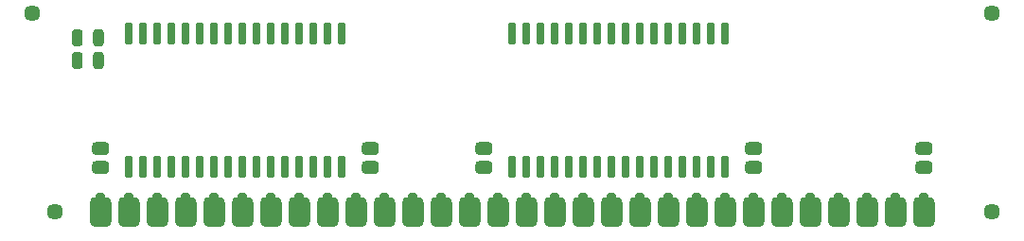
<source format=gts>
G04 #@! TF.GenerationSoftware,KiCad,Pcbnew,(5.1.10-1-10_14)*
G04 #@! TF.CreationDate,2021-07-02T01:32:44-04:00*
G04 #@! TF.ProjectId,GW4192-SOP,47573431-3932-42d5-934f-502e6b696361,1.0-SOP*
G04 #@! TF.SameCoordinates,Original*
G04 #@! TF.FileFunction,Soldermask,Top*
G04 #@! TF.FilePolarity,Negative*
%FSLAX46Y46*%
G04 Gerber Fmt 4.6, Leading zero omitted, Abs format (unit mm)*
G04 Created by KiCad (PCBNEW (5.1.10-1-10_14)) date 2021-07-02 01:32:44*
%MOMM*%
%LPD*%
G01*
G04 APERTURE LIST*
%ADD10C,1.448000*%
%ADD11C,0.952400*%
%ADD12C,0.100000*%
G04 APERTURE END LIST*
G36*
G01*
X86535000Y-85076500D02*
X86185000Y-85076500D01*
G75*
G02*
X86010000Y-84901500I0J175000D01*
G01*
X86010000Y-83246500D01*
G75*
G02*
X86185000Y-83071500I175000J0D01*
G01*
X86535000Y-83071500D01*
G75*
G02*
X86710000Y-83246500I0J-175000D01*
G01*
X86710000Y-84901500D01*
G75*
G02*
X86535000Y-85076500I-175000J0D01*
G01*
G37*
G36*
G01*
X87805000Y-85076500D02*
X87455000Y-85076500D01*
G75*
G02*
X87280000Y-84901500I0J175000D01*
G01*
X87280000Y-83246500D01*
G75*
G02*
X87455000Y-83071500I175000J0D01*
G01*
X87805000Y-83071500D01*
G75*
G02*
X87980000Y-83246500I0J-175000D01*
G01*
X87980000Y-84901500D01*
G75*
G02*
X87805000Y-85076500I-175000J0D01*
G01*
G37*
G36*
G01*
X89075000Y-85076500D02*
X88725000Y-85076500D01*
G75*
G02*
X88550000Y-84901500I0J175000D01*
G01*
X88550000Y-83246500D01*
G75*
G02*
X88725000Y-83071500I175000J0D01*
G01*
X89075000Y-83071500D01*
G75*
G02*
X89250000Y-83246500I0J-175000D01*
G01*
X89250000Y-84901500D01*
G75*
G02*
X89075000Y-85076500I-175000J0D01*
G01*
G37*
G36*
G01*
X90345000Y-85076500D02*
X89995000Y-85076500D01*
G75*
G02*
X89820000Y-84901500I0J175000D01*
G01*
X89820000Y-83246500D01*
G75*
G02*
X89995000Y-83071500I175000J0D01*
G01*
X90345000Y-83071500D01*
G75*
G02*
X90520000Y-83246500I0J-175000D01*
G01*
X90520000Y-84901500D01*
G75*
G02*
X90345000Y-85076500I-175000J0D01*
G01*
G37*
G36*
G01*
X91615000Y-85076500D02*
X91265000Y-85076500D01*
G75*
G02*
X91090000Y-84901500I0J175000D01*
G01*
X91090000Y-83246500D01*
G75*
G02*
X91265000Y-83071500I175000J0D01*
G01*
X91615000Y-83071500D01*
G75*
G02*
X91790000Y-83246500I0J-175000D01*
G01*
X91790000Y-84901500D01*
G75*
G02*
X91615000Y-85076500I-175000J0D01*
G01*
G37*
G36*
G01*
X92885000Y-85076500D02*
X92535000Y-85076500D01*
G75*
G02*
X92360000Y-84901500I0J175000D01*
G01*
X92360000Y-83246500D01*
G75*
G02*
X92535000Y-83071500I175000J0D01*
G01*
X92885000Y-83071500D01*
G75*
G02*
X93060000Y-83246500I0J-175000D01*
G01*
X93060000Y-84901500D01*
G75*
G02*
X92885000Y-85076500I-175000J0D01*
G01*
G37*
G36*
G01*
X94155000Y-85076500D02*
X93805000Y-85076500D01*
G75*
G02*
X93630000Y-84901500I0J175000D01*
G01*
X93630000Y-83246500D01*
G75*
G02*
X93805000Y-83071500I175000J0D01*
G01*
X94155000Y-83071500D01*
G75*
G02*
X94330000Y-83246500I0J-175000D01*
G01*
X94330000Y-84901500D01*
G75*
G02*
X94155000Y-85076500I-175000J0D01*
G01*
G37*
G36*
G01*
X95425000Y-85076500D02*
X95075000Y-85076500D01*
G75*
G02*
X94900000Y-84901500I0J175000D01*
G01*
X94900000Y-83246500D01*
G75*
G02*
X95075000Y-83071500I175000J0D01*
G01*
X95425000Y-83071500D01*
G75*
G02*
X95600000Y-83246500I0J-175000D01*
G01*
X95600000Y-84901500D01*
G75*
G02*
X95425000Y-85076500I-175000J0D01*
G01*
G37*
G36*
G01*
X96695000Y-85076500D02*
X96345000Y-85076500D01*
G75*
G02*
X96170000Y-84901500I0J175000D01*
G01*
X96170000Y-83246500D01*
G75*
G02*
X96345000Y-83071500I175000J0D01*
G01*
X96695000Y-83071500D01*
G75*
G02*
X96870000Y-83246500I0J-175000D01*
G01*
X96870000Y-84901500D01*
G75*
G02*
X96695000Y-85076500I-175000J0D01*
G01*
G37*
G36*
G01*
X97965000Y-85076500D02*
X97615000Y-85076500D01*
G75*
G02*
X97440000Y-84901500I0J175000D01*
G01*
X97440000Y-83246500D01*
G75*
G02*
X97615000Y-83071500I175000J0D01*
G01*
X97965000Y-83071500D01*
G75*
G02*
X98140000Y-83246500I0J-175000D01*
G01*
X98140000Y-84901500D01*
G75*
G02*
X97965000Y-85076500I-175000J0D01*
G01*
G37*
G36*
G01*
X99235000Y-85076500D02*
X98885000Y-85076500D01*
G75*
G02*
X98710000Y-84901500I0J175000D01*
G01*
X98710000Y-83246500D01*
G75*
G02*
X98885000Y-83071500I175000J0D01*
G01*
X99235000Y-83071500D01*
G75*
G02*
X99410000Y-83246500I0J-175000D01*
G01*
X99410000Y-84901500D01*
G75*
G02*
X99235000Y-85076500I-175000J0D01*
G01*
G37*
G36*
G01*
X100505000Y-85076500D02*
X100155000Y-85076500D01*
G75*
G02*
X99980000Y-84901500I0J175000D01*
G01*
X99980000Y-83246500D01*
G75*
G02*
X100155000Y-83071500I175000J0D01*
G01*
X100505000Y-83071500D01*
G75*
G02*
X100680000Y-83246500I0J-175000D01*
G01*
X100680000Y-84901500D01*
G75*
G02*
X100505000Y-85076500I-175000J0D01*
G01*
G37*
G36*
G01*
X101775000Y-85076500D02*
X101425000Y-85076500D01*
G75*
G02*
X101250000Y-84901500I0J175000D01*
G01*
X101250000Y-83246500D01*
G75*
G02*
X101425000Y-83071500I175000J0D01*
G01*
X101775000Y-83071500D01*
G75*
G02*
X101950000Y-83246500I0J-175000D01*
G01*
X101950000Y-84901500D01*
G75*
G02*
X101775000Y-85076500I-175000J0D01*
G01*
G37*
G36*
G01*
X103045000Y-85076500D02*
X102695000Y-85076500D01*
G75*
G02*
X102520000Y-84901500I0J175000D01*
G01*
X102520000Y-83246500D01*
G75*
G02*
X102695000Y-83071500I175000J0D01*
G01*
X103045000Y-83071500D01*
G75*
G02*
X103220000Y-83246500I0J-175000D01*
G01*
X103220000Y-84901500D01*
G75*
G02*
X103045000Y-85076500I-175000J0D01*
G01*
G37*
G36*
G01*
X104315000Y-85076500D02*
X103965000Y-85076500D01*
G75*
G02*
X103790000Y-84901500I0J175000D01*
G01*
X103790000Y-83246500D01*
G75*
G02*
X103965000Y-83071500I175000J0D01*
G01*
X104315000Y-83071500D01*
G75*
G02*
X104490000Y-83246500I0J-175000D01*
G01*
X104490000Y-84901500D01*
G75*
G02*
X104315000Y-85076500I-175000J0D01*
G01*
G37*
G36*
G01*
X105585000Y-85076500D02*
X105235000Y-85076500D01*
G75*
G02*
X105060000Y-84901500I0J175000D01*
G01*
X105060000Y-83246500D01*
G75*
G02*
X105235000Y-83071500I175000J0D01*
G01*
X105585000Y-83071500D01*
G75*
G02*
X105760000Y-83246500I0J-175000D01*
G01*
X105760000Y-84901500D01*
G75*
G02*
X105585000Y-85076500I-175000J0D01*
G01*
G37*
G36*
G01*
X105585000Y-97014500D02*
X105235000Y-97014500D01*
G75*
G02*
X105060000Y-96839500I0J175000D01*
G01*
X105060000Y-95184500D01*
G75*
G02*
X105235000Y-95009500I175000J0D01*
G01*
X105585000Y-95009500D01*
G75*
G02*
X105760000Y-95184500I0J-175000D01*
G01*
X105760000Y-96839500D01*
G75*
G02*
X105585000Y-97014500I-175000J0D01*
G01*
G37*
G36*
G01*
X104315000Y-97014500D02*
X103965000Y-97014500D01*
G75*
G02*
X103790000Y-96839500I0J175000D01*
G01*
X103790000Y-95184500D01*
G75*
G02*
X103965000Y-95009500I175000J0D01*
G01*
X104315000Y-95009500D01*
G75*
G02*
X104490000Y-95184500I0J-175000D01*
G01*
X104490000Y-96839500D01*
G75*
G02*
X104315000Y-97014500I-175000J0D01*
G01*
G37*
G36*
G01*
X103045000Y-97014500D02*
X102695000Y-97014500D01*
G75*
G02*
X102520000Y-96839500I0J175000D01*
G01*
X102520000Y-95184500D01*
G75*
G02*
X102695000Y-95009500I175000J0D01*
G01*
X103045000Y-95009500D01*
G75*
G02*
X103220000Y-95184500I0J-175000D01*
G01*
X103220000Y-96839500D01*
G75*
G02*
X103045000Y-97014500I-175000J0D01*
G01*
G37*
G36*
G01*
X101775000Y-97014500D02*
X101425000Y-97014500D01*
G75*
G02*
X101250000Y-96839500I0J175000D01*
G01*
X101250000Y-95184500D01*
G75*
G02*
X101425000Y-95009500I175000J0D01*
G01*
X101775000Y-95009500D01*
G75*
G02*
X101950000Y-95184500I0J-175000D01*
G01*
X101950000Y-96839500D01*
G75*
G02*
X101775000Y-97014500I-175000J0D01*
G01*
G37*
G36*
G01*
X100505000Y-97014500D02*
X100155000Y-97014500D01*
G75*
G02*
X99980000Y-96839500I0J175000D01*
G01*
X99980000Y-95184500D01*
G75*
G02*
X100155000Y-95009500I175000J0D01*
G01*
X100505000Y-95009500D01*
G75*
G02*
X100680000Y-95184500I0J-175000D01*
G01*
X100680000Y-96839500D01*
G75*
G02*
X100505000Y-97014500I-175000J0D01*
G01*
G37*
G36*
G01*
X99235000Y-97014500D02*
X98885000Y-97014500D01*
G75*
G02*
X98710000Y-96839500I0J175000D01*
G01*
X98710000Y-95184500D01*
G75*
G02*
X98885000Y-95009500I175000J0D01*
G01*
X99235000Y-95009500D01*
G75*
G02*
X99410000Y-95184500I0J-175000D01*
G01*
X99410000Y-96839500D01*
G75*
G02*
X99235000Y-97014500I-175000J0D01*
G01*
G37*
G36*
G01*
X97965000Y-97014500D02*
X97615000Y-97014500D01*
G75*
G02*
X97440000Y-96839500I0J175000D01*
G01*
X97440000Y-95184500D01*
G75*
G02*
X97615000Y-95009500I175000J0D01*
G01*
X97965000Y-95009500D01*
G75*
G02*
X98140000Y-95184500I0J-175000D01*
G01*
X98140000Y-96839500D01*
G75*
G02*
X97965000Y-97014500I-175000J0D01*
G01*
G37*
G36*
G01*
X96695000Y-97014500D02*
X96345000Y-97014500D01*
G75*
G02*
X96170000Y-96839500I0J175000D01*
G01*
X96170000Y-95184500D01*
G75*
G02*
X96345000Y-95009500I175000J0D01*
G01*
X96695000Y-95009500D01*
G75*
G02*
X96870000Y-95184500I0J-175000D01*
G01*
X96870000Y-96839500D01*
G75*
G02*
X96695000Y-97014500I-175000J0D01*
G01*
G37*
G36*
G01*
X95425000Y-97014500D02*
X95075000Y-97014500D01*
G75*
G02*
X94900000Y-96839500I0J175000D01*
G01*
X94900000Y-95184500D01*
G75*
G02*
X95075000Y-95009500I175000J0D01*
G01*
X95425000Y-95009500D01*
G75*
G02*
X95600000Y-95184500I0J-175000D01*
G01*
X95600000Y-96839500D01*
G75*
G02*
X95425000Y-97014500I-175000J0D01*
G01*
G37*
G36*
G01*
X94155000Y-97014500D02*
X93805000Y-97014500D01*
G75*
G02*
X93630000Y-96839500I0J175000D01*
G01*
X93630000Y-95184500D01*
G75*
G02*
X93805000Y-95009500I175000J0D01*
G01*
X94155000Y-95009500D01*
G75*
G02*
X94330000Y-95184500I0J-175000D01*
G01*
X94330000Y-96839500D01*
G75*
G02*
X94155000Y-97014500I-175000J0D01*
G01*
G37*
G36*
G01*
X92885000Y-97014500D02*
X92535000Y-97014500D01*
G75*
G02*
X92360000Y-96839500I0J175000D01*
G01*
X92360000Y-95184500D01*
G75*
G02*
X92535000Y-95009500I175000J0D01*
G01*
X92885000Y-95009500D01*
G75*
G02*
X93060000Y-95184500I0J-175000D01*
G01*
X93060000Y-96839500D01*
G75*
G02*
X92885000Y-97014500I-175000J0D01*
G01*
G37*
G36*
G01*
X91615000Y-97014500D02*
X91265000Y-97014500D01*
G75*
G02*
X91090000Y-96839500I0J175000D01*
G01*
X91090000Y-95184500D01*
G75*
G02*
X91265000Y-95009500I175000J0D01*
G01*
X91615000Y-95009500D01*
G75*
G02*
X91790000Y-95184500I0J-175000D01*
G01*
X91790000Y-96839500D01*
G75*
G02*
X91615000Y-97014500I-175000J0D01*
G01*
G37*
G36*
G01*
X90345000Y-97014500D02*
X89995000Y-97014500D01*
G75*
G02*
X89820000Y-96839500I0J175000D01*
G01*
X89820000Y-95184500D01*
G75*
G02*
X89995000Y-95009500I175000J0D01*
G01*
X90345000Y-95009500D01*
G75*
G02*
X90520000Y-95184500I0J-175000D01*
G01*
X90520000Y-96839500D01*
G75*
G02*
X90345000Y-97014500I-175000J0D01*
G01*
G37*
G36*
G01*
X89075000Y-97014500D02*
X88725000Y-97014500D01*
G75*
G02*
X88550000Y-96839500I0J175000D01*
G01*
X88550000Y-95184500D01*
G75*
G02*
X88725000Y-95009500I175000J0D01*
G01*
X89075000Y-95009500D01*
G75*
G02*
X89250000Y-95184500I0J-175000D01*
G01*
X89250000Y-96839500D01*
G75*
G02*
X89075000Y-97014500I-175000J0D01*
G01*
G37*
G36*
G01*
X87805000Y-97014500D02*
X87455000Y-97014500D01*
G75*
G02*
X87280000Y-96839500I0J175000D01*
G01*
X87280000Y-95184500D01*
G75*
G02*
X87455000Y-95009500I175000J0D01*
G01*
X87805000Y-95009500D01*
G75*
G02*
X87980000Y-95184500I0J-175000D01*
G01*
X87980000Y-96839500D01*
G75*
G02*
X87805000Y-97014500I-175000J0D01*
G01*
G37*
G36*
G01*
X86535000Y-97014500D02*
X86185000Y-97014500D01*
G75*
G02*
X86010000Y-96839500I0J175000D01*
G01*
X86010000Y-95184500D01*
G75*
G02*
X86185000Y-95009500I175000J0D01*
G01*
X86535000Y-95009500D01*
G75*
G02*
X86710000Y-95184500I0J-175000D01*
G01*
X86710000Y-96839500D01*
G75*
G02*
X86535000Y-97014500I-175000J0D01*
G01*
G37*
G36*
G01*
X120825000Y-85076500D02*
X120475000Y-85076500D01*
G75*
G02*
X120300000Y-84901500I0J175000D01*
G01*
X120300000Y-83246500D01*
G75*
G02*
X120475000Y-83071500I175000J0D01*
G01*
X120825000Y-83071500D01*
G75*
G02*
X121000000Y-83246500I0J-175000D01*
G01*
X121000000Y-84901500D01*
G75*
G02*
X120825000Y-85076500I-175000J0D01*
G01*
G37*
G36*
G01*
X122095000Y-85076500D02*
X121745000Y-85076500D01*
G75*
G02*
X121570000Y-84901500I0J175000D01*
G01*
X121570000Y-83246500D01*
G75*
G02*
X121745000Y-83071500I175000J0D01*
G01*
X122095000Y-83071500D01*
G75*
G02*
X122270000Y-83246500I0J-175000D01*
G01*
X122270000Y-84901500D01*
G75*
G02*
X122095000Y-85076500I-175000J0D01*
G01*
G37*
G36*
G01*
X123365000Y-85076500D02*
X123015000Y-85076500D01*
G75*
G02*
X122840000Y-84901500I0J175000D01*
G01*
X122840000Y-83246500D01*
G75*
G02*
X123015000Y-83071500I175000J0D01*
G01*
X123365000Y-83071500D01*
G75*
G02*
X123540000Y-83246500I0J-175000D01*
G01*
X123540000Y-84901500D01*
G75*
G02*
X123365000Y-85076500I-175000J0D01*
G01*
G37*
G36*
G01*
X124635000Y-85076500D02*
X124285000Y-85076500D01*
G75*
G02*
X124110000Y-84901500I0J175000D01*
G01*
X124110000Y-83246500D01*
G75*
G02*
X124285000Y-83071500I175000J0D01*
G01*
X124635000Y-83071500D01*
G75*
G02*
X124810000Y-83246500I0J-175000D01*
G01*
X124810000Y-84901500D01*
G75*
G02*
X124635000Y-85076500I-175000J0D01*
G01*
G37*
G36*
G01*
X125905000Y-85076500D02*
X125555000Y-85076500D01*
G75*
G02*
X125380000Y-84901500I0J175000D01*
G01*
X125380000Y-83246500D01*
G75*
G02*
X125555000Y-83071500I175000J0D01*
G01*
X125905000Y-83071500D01*
G75*
G02*
X126080000Y-83246500I0J-175000D01*
G01*
X126080000Y-84901500D01*
G75*
G02*
X125905000Y-85076500I-175000J0D01*
G01*
G37*
G36*
G01*
X127175000Y-85076500D02*
X126825000Y-85076500D01*
G75*
G02*
X126650000Y-84901500I0J175000D01*
G01*
X126650000Y-83246500D01*
G75*
G02*
X126825000Y-83071500I175000J0D01*
G01*
X127175000Y-83071500D01*
G75*
G02*
X127350000Y-83246500I0J-175000D01*
G01*
X127350000Y-84901500D01*
G75*
G02*
X127175000Y-85076500I-175000J0D01*
G01*
G37*
G36*
G01*
X128445000Y-85076500D02*
X128095000Y-85076500D01*
G75*
G02*
X127920000Y-84901500I0J175000D01*
G01*
X127920000Y-83246500D01*
G75*
G02*
X128095000Y-83071500I175000J0D01*
G01*
X128445000Y-83071500D01*
G75*
G02*
X128620000Y-83246500I0J-175000D01*
G01*
X128620000Y-84901500D01*
G75*
G02*
X128445000Y-85076500I-175000J0D01*
G01*
G37*
G36*
G01*
X129715000Y-85076500D02*
X129365000Y-85076500D01*
G75*
G02*
X129190000Y-84901500I0J175000D01*
G01*
X129190000Y-83246500D01*
G75*
G02*
X129365000Y-83071500I175000J0D01*
G01*
X129715000Y-83071500D01*
G75*
G02*
X129890000Y-83246500I0J-175000D01*
G01*
X129890000Y-84901500D01*
G75*
G02*
X129715000Y-85076500I-175000J0D01*
G01*
G37*
G36*
G01*
X130985000Y-85076500D02*
X130635000Y-85076500D01*
G75*
G02*
X130460000Y-84901500I0J175000D01*
G01*
X130460000Y-83246500D01*
G75*
G02*
X130635000Y-83071500I175000J0D01*
G01*
X130985000Y-83071500D01*
G75*
G02*
X131160000Y-83246500I0J-175000D01*
G01*
X131160000Y-84901500D01*
G75*
G02*
X130985000Y-85076500I-175000J0D01*
G01*
G37*
G36*
G01*
X132255000Y-85076500D02*
X131905000Y-85076500D01*
G75*
G02*
X131730000Y-84901500I0J175000D01*
G01*
X131730000Y-83246500D01*
G75*
G02*
X131905000Y-83071500I175000J0D01*
G01*
X132255000Y-83071500D01*
G75*
G02*
X132430000Y-83246500I0J-175000D01*
G01*
X132430000Y-84901500D01*
G75*
G02*
X132255000Y-85076500I-175000J0D01*
G01*
G37*
G36*
G01*
X133525000Y-85076500D02*
X133175000Y-85076500D01*
G75*
G02*
X133000000Y-84901500I0J175000D01*
G01*
X133000000Y-83246500D01*
G75*
G02*
X133175000Y-83071500I175000J0D01*
G01*
X133525000Y-83071500D01*
G75*
G02*
X133700000Y-83246500I0J-175000D01*
G01*
X133700000Y-84901500D01*
G75*
G02*
X133525000Y-85076500I-175000J0D01*
G01*
G37*
G36*
G01*
X134795000Y-85076500D02*
X134445000Y-85076500D01*
G75*
G02*
X134270000Y-84901500I0J175000D01*
G01*
X134270000Y-83246500D01*
G75*
G02*
X134445000Y-83071500I175000J0D01*
G01*
X134795000Y-83071500D01*
G75*
G02*
X134970000Y-83246500I0J-175000D01*
G01*
X134970000Y-84901500D01*
G75*
G02*
X134795000Y-85076500I-175000J0D01*
G01*
G37*
G36*
G01*
X136065000Y-85076500D02*
X135715000Y-85076500D01*
G75*
G02*
X135540000Y-84901500I0J175000D01*
G01*
X135540000Y-83246500D01*
G75*
G02*
X135715000Y-83071500I175000J0D01*
G01*
X136065000Y-83071500D01*
G75*
G02*
X136240000Y-83246500I0J-175000D01*
G01*
X136240000Y-84901500D01*
G75*
G02*
X136065000Y-85076500I-175000J0D01*
G01*
G37*
G36*
G01*
X137335000Y-85076500D02*
X136985000Y-85076500D01*
G75*
G02*
X136810000Y-84901500I0J175000D01*
G01*
X136810000Y-83246500D01*
G75*
G02*
X136985000Y-83071500I175000J0D01*
G01*
X137335000Y-83071500D01*
G75*
G02*
X137510000Y-83246500I0J-175000D01*
G01*
X137510000Y-84901500D01*
G75*
G02*
X137335000Y-85076500I-175000J0D01*
G01*
G37*
G36*
G01*
X138605000Y-85076500D02*
X138255000Y-85076500D01*
G75*
G02*
X138080000Y-84901500I0J175000D01*
G01*
X138080000Y-83246500D01*
G75*
G02*
X138255000Y-83071500I175000J0D01*
G01*
X138605000Y-83071500D01*
G75*
G02*
X138780000Y-83246500I0J-175000D01*
G01*
X138780000Y-84901500D01*
G75*
G02*
X138605000Y-85076500I-175000J0D01*
G01*
G37*
G36*
G01*
X139875000Y-85076500D02*
X139525000Y-85076500D01*
G75*
G02*
X139350000Y-84901500I0J175000D01*
G01*
X139350000Y-83246500D01*
G75*
G02*
X139525000Y-83071500I175000J0D01*
G01*
X139875000Y-83071500D01*
G75*
G02*
X140050000Y-83246500I0J-175000D01*
G01*
X140050000Y-84901500D01*
G75*
G02*
X139875000Y-85076500I-175000J0D01*
G01*
G37*
G36*
G01*
X139875000Y-97014500D02*
X139525000Y-97014500D01*
G75*
G02*
X139350000Y-96839500I0J175000D01*
G01*
X139350000Y-95184500D01*
G75*
G02*
X139525000Y-95009500I175000J0D01*
G01*
X139875000Y-95009500D01*
G75*
G02*
X140050000Y-95184500I0J-175000D01*
G01*
X140050000Y-96839500D01*
G75*
G02*
X139875000Y-97014500I-175000J0D01*
G01*
G37*
G36*
G01*
X138605000Y-97014500D02*
X138255000Y-97014500D01*
G75*
G02*
X138080000Y-96839500I0J175000D01*
G01*
X138080000Y-95184500D01*
G75*
G02*
X138255000Y-95009500I175000J0D01*
G01*
X138605000Y-95009500D01*
G75*
G02*
X138780000Y-95184500I0J-175000D01*
G01*
X138780000Y-96839500D01*
G75*
G02*
X138605000Y-97014500I-175000J0D01*
G01*
G37*
G36*
G01*
X137335000Y-97014500D02*
X136985000Y-97014500D01*
G75*
G02*
X136810000Y-96839500I0J175000D01*
G01*
X136810000Y-95184500D01*
G75*
G02*
X136985000Y-95009500I175000J0D01*
G01*
X137335000Y-95009500D01*
G75*
G02*
X137510000Y-95184500I0J-175000D01*
G01*
X137510000Y-96839500D01*
G75*
G02*
X137335000Y-97014500I-175000J0D01*
G01*
G37*
G36*
G01*
X136065000Y-97014500D02*
X135715000Y-97014500D01*
G75*
G02*
X135540000Y-96839500I0J175000D01*
G01*
X135540000Y-95184500D01*
G75*
G02*
X135715000Y-95009500I175000J0D01*
G01*
X136065000Y-95009500D01*
G75*
G02*
X136240000Y-95184500I0J-175000D01*
G01*
X136240000Y-96839500D01*
G75*
G02*
X136065000Y-97014500I-175000J0D01*
G01*
G37*
G36*
G01*
X134795000Y-97014500D02*
X134445000Y-97014500D01*
G75*
G02*
X134270000Y-96839500I0J175000D01*
G01*
X134270000Y-95184500D01*
G75*
G02*
X134445000Y-95009500I175000J0D01*
G01*
X134795000Y-95009500D01*
G75*
G02*
X134970000Y-95184500I0J-175000D01*
G01*
X134970000Y-96839500D01*
G75*
G02*
X134795000Y-97014500I-175000J0D01*
G01*
G37*
G36*
G01*
X133525000Y-97014500D02*
X133175000Y-97014500D01*
G75*
G02*
X133000000Y-96839500I0J175000D01*
G01*
X133000000Y-95184500D01*
G75*
G02*
X133175000Y-95009500I175000J0D01*
G01*
X133525000Y-95009500D01*
G75*
G02*
X133700000Y-95184500I0J-175000D01*
G01*
X133700000Y-96839500D01*
G75*
G02*
X133525000Y-97014500I-175000J0D01*
G01*
G37*
G36*
G01*
X132255000Y-97014500D02*
X131905000Y-97014500D01*
G75*
G02*
X131730000Y-96839500I0J175000D01*
G01*
X131730000Y-95184500D01*
G75*
G02*
X131905000Y-95009500I175000J0D01*
G01*
X132255000Y-95009500D01*
G75*
G02*
X132430000Y-95184500I0J-175000D01*
G01*
X132430000Y-96839500D01*
G75*
G02*
X132255000Y-97014500I-175000J0D01*
G01*
G37*
G36*
G01*
X130985000Y-97014500D02*
X130635000Y-97014500D01*
G75*
G02*
X130460000Y-96839500I0J175000D01*
G01*
X130460000Y-95184500D01*
G75*
G02*
X130635000Y-95009500I175000J0D01*
G01*
X130985000Y-95009500D01*
G75*
G02*
X131160000Y-95184500I0J-175000D01*
G01*
X131160000Y-96839500D01*
G75*
G02*
X130985000Y-97014500I-175000J0D01*
G01*
G37*
G36*
G01*
X129715000Y-97014500D02*
X129365000Y-97014500D01*
G75*
G02*
X129190000Y-96839500I0J175000D01*
G01*
X129190000Y-95184500D01*
G75*
G02*
X129365000Y-95009500I175000J0D01*
G01*
X129715000Y-95009500D01*
G75*
G02*
X129890000Y-95184500I0J-175000D01*
G01*
X129890000Y-96839500D01*
G75*
G02*
X129715000Y-97014500I-175000J0D01*
G01*
G37*
G36*
G01*
X128445000Y-97014500D02*
X128095000Y-97014500D01*
G75*
G02*
X127920000Y-96839500I0J175000D01*
G01*
X127920000Y-95184500D01*
G75*
G02*
X128095000Y-95009500I175000J0D01*
G01*
X128445000Y-95009500D01*
G75*
G02*
X128620000Y-95184500I0J-175000D01*
G01*
X128620000Y-96839500D01*
G75*
G02*
X128445000Y-97014500I-175000J0D01*
G01*
G37*
G36*
G01*
X127175000Y-97014500D02*
X126825000Y-97014500D01*
G75*
G02*
X126650000Y-96839500I0J175000D01*
G01*
X126650000Y-95184500D01*
G75*
G02*
X126825000Y-95009500I175000J0D01*
G01*
X127175000Y-95009500D01*
G75*
G02*
X127350000Y-95184500I0J-175000D01*
G01*
X127350000Y-96839500D01*
G75*
G02*
X127175000Y-97014500I-175000J0D01*
G01*
G37*
G36*
G01*
X125905000Y-97014500D02*
X125555000Y-97014500D01*
G75*
G02*
X125380000Y-96839500I0J175000D01*
G01*
X125380000Y-95184500D01*
G75*
G02*
X125555000Y-95009500I175000J0D01*
G01*
X125905000Y-95009500D01*
G75*
G02*
X126080000Y-95184500I0J-175000D01*
G01*
X126080000Y-96839500D01*
G75*
G02*
X125905000Y-97014500I-175000J0D01*
G01*
G37*
G36*
G01*
X124635000Y-97014500D02*
X124285000Y-97014500D01*
G75*
G02*
X124110000Y-96839500I0J175000D01*
G01*
X124110000Y-95184500D01*
G75*
G02*
X124285000Y-95009500I175000J0D01*
G01*
X124635000Y-95009500D01*
G75*
G02*
X124810000Y-95184500I0J-175000D01*
G01*
X124810000Y-96839500D01*
G75*
G02*
X124635000Y-97014500I-175000J0D01*
G01*
G37*
G36*
G01*
X123365000Y-97014500D02*
X123015000Y-97014500D01*
G75*
G02*
X122840000Y-96839500I0J175000D01*
G01*
X122840000Y-95184500D01*
G75*
G02*
X123015000Y-95009500I175000J0D01*
G01*
X123365000Y-95009500D01*
G75*
G02*
X123540000Y-95184500I0J-175000D01*
G01*
X123540000Y-96839500D01*
G75*
G02*
X123365000Y-97014500I-175000J0D01*
G01*
G37*
G36*
G01*
X122095000Y-97014500D02*
X121745000Y-97014500D01*
G75*
G02*
X121570000Y-96839500I0J175000D01*
G01*
X121570000Y-95184500D01*
G75*
G02*
X121745000Y-95009500I175000J0D01*
G01*
X122095000Y-95009500D01*
G75*
G02*
X122270000Y-95184500I0J-175000D01*
G01*
X122270000Y-96839500D01*
G75*
G02*
X122095000Y-97014500I-175000J0D01*
G01*
G37*
G36*
G01*
X120825000Y-97014500D02*
X120475000Y-97014500D01*
G75*
G02*
X120300000Y-96839500I0J175000D01*
G01*
X120300000Y-95184500D01*
G75*
G02*
X120475000Y-95009500I175000J0D01*
G01*
X120825000Y-95009500D01*
G75*
G02*
X121000000Y-95184500I0J-175000D01*
G01*
X121000000Y-96839500D01*
G75*
G02*
X120825000Y-97014500I-175000J0D01*
G01*
G37*
D10*
X163576000Y-100076000D03*
X79756000Y-100076000D03*
X163576000Y-82296000D03*
G36*
G01*
X82854800Y-100939600D02*
X82854800Y-99212400D01*
G75*
G02*
X83337400Y-98729800I482600J0D01*
G01*
X84302600Y-98729800D01*
G75*
G02*
X84785200Y-99212400I0J-482600D01*
G01*
X84785200Y-100939600D01*
G75*
G02*
X84302600Y-101422200I-482600J0D01*
G01*
X83337400Y-101422200D01*
G75*
G02*
X82854800Y-100939600I0J482600D01*
G01*
G37*
G36*
G01*
X85394800Y-100939600D02*
X85394800Y-99212400D01*
G75*
G02*
X85877400Y-98729800I482600J0D01*
G01*
X86842600Y-98729800D01*
G75*
G02*
X87325200Y-99212400I0J-482600D01*
G01*
X87325200Y-100939600D01*
G75*
G02*
X86842600Y-101422200I-482600J0D01*
G01*
X85877400Y-101422200D01*
G75*
G02*
X85394800Y-100939600I0J482600D01*
G01*
G37*
D11*
X88900000Y-98806000D03*
G36*
G01*
X108254800Y-100939600D02*
X108254800Y-99212400D01*
G75*
G02*
X108737400Y-98729800I482600J0D01*
G01*
X109702600Y-98729800D01*
G75*
G02*
X110185200Y-99212400I0J-482600D01*
G01*
X110185200Y-100939600D01*
G75*
G02*
X109702600Y-101422200I-482600J0D01*
G01*
X108737400Y-101422200D01*
G75*
G02*
X108254800Y-100939600I0J482600D01*
G01*
G37*
G36*
G01*
X93014800Y-100939600D02*
X93014800Y-99212400D01*
G75*
G02*
X93497400Y-98729800I482600J0D01*
G01*
X94462600Y-98729800D01*
G75*
G02*
X94945200Y-99212400I0J-482600D01*
G01*
X94945200Y-100939600D01*
G75*
G02*
X94462600Y-101422200I-482600J0D01*
G01*
X93497400Y-101422200D01*
G75*
G02*
X93014800Y-100939600I0J482600D01*
G01*
G37*
G36*
G01*
X110794800Y-100939600D02*
X110794800Y-99212400D01*
G75*
G02*
X111277400Y-98729800I482600J0D01*
G01*
X112242600Y-98729800D01*
G75*
G02*
X112725200Y-99212400I0J-482600D01*
G01*
X112725200Y-100939600D01*
G75*
G02*
X112242600Y-101422200I-482600J0D01*
G01*
X111277400Y-101422200D01*
G75*
G02*
X110794800Y-100939600I0J482600D01*
G01*
G37*
G36*
G01*
X146354800Y-100939600D02*
X146354800Y-99212400D01*
G75*
G02*
X146837400Y-98729800I482600J0D01*
G01*
X147802600Y-98729800D01*
G75*
G02*
X148285200Y-99212400I0J-482600D01*
G01*
X148285200Y-100939600D01*
G75*
G02*
X147802600Y-101422200I-482600J0D01*
G01*
X146837400Y-101422200D01*
G75*
G02*
X146354800Y-100939600I0J482600D01*
G01*
G37*
G36*
G01*
X113334800Y-100939600D02*
X113334800Y-99212400D01*
G75*
G02*
X113817400Y-98729800I482600J0D01*
G01*
X114782600Y-98729800D01*
G75*
G02*
X115265200Y-99212400I0J-482600D01*
G01*
X115265200Y-100939600D01*
G75*
G02*
X114782600Y-101422200I-482600J0D01*
G01*
X113817400Y-101422200D01*
G75*
G02*
X113334800Y-100939600I0J482600D01*
G01*
G37*
G36*
G01*
X115874800Y-100939600D02*
X115874800Y-99212400D01*
G75*
G02*
X116357400Y-98729800I482600J0D01*
G01*
X117322600Y-98729800D01*
G75*
G02*
X117805200Y-99212400I0J-482600D01*
G01*
X117805200Y-100939600D01*
G75*
G02*
X117322600Y-101422200I-482600J0D01*
G01*
X116357400Y-101422200D01*
G75*
G02*
X115874800Y-100939600I0J482600D01*
G01*
G37*
G36*
G01*
X90474800Y-100939600D02*
X90474800Y-99212400D01*
G75*
G02*
X90957400Y-98729800I482600J0D01*
G01*
X91922600Y-98729800D01*
G75*
G02*
X92405200Y-99212400I0J-482600D01*
G01*
X92405200Y-100939600D01*
G75*
G02*
X91922600Y-101422200I-482600J0D01*
G01*
X90957400Y-101422200D01*
G75*
G02*
X90474800Y-100939600I0J482600D01*
G01*
G37*
G36*
G01*
X153974800Y-100939600D02*
X153974800Y-99212400D01*
G75*
G02*
X154457400Y-98729800I482600J0D01*
G01*
X155422600Y-98729800D01*
G75*
G02*
X155905200Y-99212400I0J-482600D01*
G01*
X155905200Y-100939600D01*
G75*
G02*
X155422600Y-101422200I-482600J0D01*
G01*
X154457400Y-101422200D01*
G75*
G02*
X153974800Y-100939600I0J482600D01*
G01*
G37*
G36*
G01*
X87934800Y-100939600D02*
X87934800Y-99212400D01*
G75*
G02*
X88417400Y-98729800I482600J0D01*
G01*
X89382600Y-98729800D01*
G75*
G02*
X89865200Y-99212400I0J-482600D01*
G01*
X89865200Y-100939600D01*
G75*
G02*
X89382600Y-101422200I-482600J0D01*
G01*
X88417400Y-101422200D01*
G75*
G02*
X87934800Y-100939600I0J482600D01*
G01*
G37*
G36*
G01*
X141274800Y-100939600D02*
X141274800Y-99212400D01*
G75*
G02*
X141757400Y-98729800I482600J0D01*
G01*
X142722600Y-98729800D01*
G75*
G02*
X143205200Y-99212400I0J-482600D01*
G01*
X143205200Y-100939600D01*
G75*
G02*
X142722600Y-101422200I-482600J0D01*
G01*
X141757400Y-101422200D01*
G75*
G02*
X141274800Y-100939600I0J482600D01*
G01*
G37*
G36*
G01*
X120954800Y-100939600D02*
X120954800Y-99212400D01*
G75*
G02*
X121437400Y-98729800I482600J0D01*
G01*
X122402600Y-98729800D01*
G75*
G02*
X122885200Y-99212400I0J-482600D01*
G01*
X122885200Y-100939600D01*
G75*
G02*
X122402600Y-101422200I-482600J0D01*
G01*
X121437400Y-101422200D01*
G75*
G02*
X120954800Y-100939600I0J482600D01*
G01*
G37*
G36*
G01*
X131114800Y-100939600D02*
X131114800Y-99212400D01*
G75*
G02*
X131597400Y-98729800I482600J0D01*
G01*
X132562600Y-98729800D01*
G75*
G02*
X133045200Y-99212400I0J-482600D01*
G01*
X133045200Y-100939600D01*
G75*
G02*
X132562600Y-101422200I-482600J0D01*
G01*
X131597400Y-101422200D01*
G75*
G02*
X131114800Y-100939600I0J482600D01*
G01*
G37*
G36*
G01*
X138734800Y-100939600D02*
X138734800Y-99212400D01*
G75*
G02*
X139217400Y-98729800I482600J0D01*
G01*
X140182600Y-98729800D01*
G75*
G02*
X140665200Y-99212400I0J-482600D01*
G01*
X140665200Y-100939600D01*
G75*
G02*
X140182600Y-101422200I-482600J0D01*
G01*
X139217400Y-101422200D01*
G75*
G02*
X138734800Y-100939600I0J482600D01*
G01*
G37*
G36*
G01*
X103174800Y-100939600D02*
X103174800Y-99212400D01*
G75*
G02*
X103657400Y-98729800I482600J0D01*
G01*
X104622600Y-98729800D01*
G75*
G02*
X105105200Y-99212400I0J-482600D01*
G01*
X105105200Y-100939600D01*
G75*
G02*
X104622600Y-101422200I-482600J0D01*
G01*
X103657400Y-101422200D01*
G75*
G02*
X103174800Y-100939600I0J482600D01*
G01*
G37*
G36*
G01*
X126034800Y-100939600D02*
X126034800Y-99212400D01*
G75*
G02*
X126517400Y-98729800I482600J0D01*
G01*
X127482600Y-98729800D01*
G75*
G02*
X127965200Y-99212400I0J-482600D01*
G01*
X127965200Y-100939600D01*
G75*
G02*
X127482600Y-101422200I-482600J0D01*
G01*
X126517400Y-101422200D01*
G75*
G02*
X126034800Y-100939600I0J482600D01*
G01*
G37*
G36*
G01*
X133654800Y-100939600D02*
X133654800Y-99212400D01*
G75*
G02*
X134137400Y-98729800I482600J0D01*
G01*
X135102600Y-98729800D01*
G75*
G02*
X135585200Y-99212400I0J-482600D01*
G01*
X135585200Y-100939600D01*
G75*
G02*
X135102600Y-101422200I-482600J0D01*
G01*
X134137400Y-101422200D01*
G75*
G02*
X133654800Y-100939600I0J482600D01*
G01*
G37*
G36*
G01*
X128574800Y-100939600D02*
X128574800Y-99212400D01*
G75*
G02*
X129057400Y-98729800I482600J0D01*
G01*
X130022600Y-98729800D01*
G75*
G02*
X130505200Y-99212400I0J-482600D01*
G01*
X130505200Y-100939600D01*
G75*
G02*
X130022600Y-101422200I-482600J0D01*
G01*
X129057400Y-101422200D01*
G75*
G02*
X128574800Y-100939600I0J482600D01*
G01*
G37*
G36*
G01*
X105714800Y-100939600D02*
X105714800Y-99212400D01*
G75*
G02*
X106197400Y-98729800I482600J0D01*
G01*
X107162600Y-98729800D01*
G75*
G02*
X107645200Y-99212400I0J-482600D01*
G01*
X107645200Y-100939600D01*
G75*
G02*
X107162600Y-101422200I-482600J0D01*
G01*
X106197400Y-101422200D01*
G75*
G02*
X105714800Y-100939600I0J482600D01*
G01*
G37*
G36*
G01*
X136194800Y-100939600D02*
X136194800Y-99212400D01*
G75*
G02*
X136677400Y-98729800I482600J0D01*
G01*
X137642600Y-98729800D01*
G75*
G02*
X138125200Y-99212400I0J-482600D01*
G01*
X138125200Y-100939600D01*
G75*
G02*
X137642600Y-101422200I-482600J0D01*
G01*
X136677400Y-101422200D01*
G75*
G02*
X136194800Y-100939600I0J482600D01*
G01*
G37*
G36*
G01*
X95554800Y-100939600D02*
X95554800Y-99212400D01*
G75*
G02*
X96037400Y-98729800I482600J0D01*
G01*
X97002600Y-98729800D01*
G75*
G02*
X97485200Y-99212400I0J-482600D01*
G01*
X97485200Y-100939600D01*
G75*
G02*
X97002600Y-101422200I-482600J0D01*
G01*
X96037400Y-101422200D01*
G75*
G02*
X95554800Y-100939600I0J482600D01*
G01*
G37*
G36*
G01*
X123494800Y-100939600D02*
X123494800Y-99212400D01*
G75*
G02*
X123977400Y-98729800I482600J0D01*
G01*
X124942600Y-98729800D01*
G75*
G02*
X125425200Y-99212400I0J-482600D01*
G01*
X125425200Y-100939600D01*
G75*
G02*
X124942600Y-101422200I-482600J0D01*
G01*
X123977400Y-101422200D01*
G75*
G02*
X123494800Y-100939600I0J482600D01*
G01*
G37*
G36*
G01*
X98094800Y-100939600D02*
X98094800Y-99212400D01*
G75*
G02*
X98577400Y-98729800I482600J0D01*
G01*
X99542600Y-98729800D01*
G75*
G02*
X100025200Y-99212400I0J-482600D01*
G01*
X100025200Y-100939600D01*
G75*
G02*
X99542600Y-101422200I-482600J0D01*
G01*
X98577400Y-101422200D01*
G75*
G02*
X98094800Y-100939600I0J482600D01*
G01*
G37*
G36*
G01*
X100634800Y-100939600D02*
X100634800Y-99212400D01*
G75*
G02*
X101117400Y-98729800I482600J0D01*
G01*
X102082600Y-98729800D01*
G75*
G02*
X102565200Y-99212400I0J-482600D01*
G01*
X102565200Y-100939600D01*
G75*
G02*
X102082600Y-101422200I-482600J0D01*
G01*
X101117400Y-101422200D01*
G75*
G02*
X100634800Y-100939600I0J482600D01*
G01*
G37*
G36*
G01*
X148894800Y-100939600D02*
X148894800Y-99212400D01*
G75*
G02*
X149377400Y-98729800I482600J0D01*
G01*
X150342600Y-98729800D01*
G75*
G02*
X150825200Y-99212400I0J-482600D01*
G01*
X150825200Y-100939600D01*
G75*
G02*
X150342600Y-101422200I-482600J0D01*
G01*
X149377400Y-101422200D01*
G75*
G02*
X148894800Y-100939600I0J482600D01*
G01*
G37*
G36*
G01*
X151434800Y-100939600D02*
X151434800Y-99212400D01*
G75*
G02*
X151917400Y-98729800I482600J0D01*
G01*
X152882600Y-98729800D01*
G75*
G02*
X153365200Y-99212400I0J-482600D01*
G01*
X153365200Y-100939600D01*
G75*
G02*
X152882600Y-101422200I-482600J0D01*
G01*
X151917400Y-101422200D01*
G75*
G02*
X151434800Y-100939600I0J482600D01*
G01*
G37*
G36*
G01*
X156514800Y-100939600D02*
X156514800Y-99212400D01*
G75*
G02*
X156997400Y-98729800I482600J0D01*
G01*
X157962600Y-98729800D01*
G75*
G02*
X158445200Y-99212400I0J-482600D01*
G01*
X158445200Y-100939600D01*
G75*
G02*
X157962600Y-101422200I-482600J0D01*
G01*
X156997400Y-101422200D01*
G75*
G02*
X156514800Y-100939600I0J482600D01*
G01*
G37*
G36*
G01*
X118414800Y-100939600D02*
X118414800Y-99212400D01*
G75*
G02*
X118897400Y-98729800I482600J0D01*
G01*
X119862600Y-98729800D01*
G75*
G02*
X120345200Y-99212400I0J-482600D01*
G01*
X120345200Y-100939600D01*
G75*
G02*
X119862600Y-101422200I-482600J0D01*
G01*
X118897400Y-101422200D01*
G75*
G02*
X118414800Y-100939600I0J482600D01*
G01*
G37*
G36*
G01*
X143814800Y-100939600D02*
X143814800Y-99212400D01*
G75*
G02*
X144297400Y-98729800I482600J0D01*
G01*
X145262600Y-98729800D01*
G75*
G02*
X145745200Y-99212400I0J-482600D01*
G01*
X145745200Y-100939600D01*
G75*
G02*
X145262600Y-101422200I-482600J0D01*
G01*
X144297400Y-101422200D01*
G75*
G02*
X143814800Y-100939600I0J482600D01*
G01*
G37*
X86360000Y-98806000D03*
X83820000Y-98806000D03*
X93980000Y-98806000D03*
X91440000Y-98806000D03*
X96520000Y-98806000D03*
X99060000Y-98806000D03*
X104140000Y-98806000D03*
X101600000Y-98806000D03*
X109220000Y-98806000D03*
X106680000Y-98806000D03*
X111760000Y-98806000D03*
X116840000Y-98806000D03*
X114300000Y-98806000D03*
X119380000Y-98806000D03*
X124460000Y-98806000D03*
X121920000Y-98806000D03*
X127000000Y-98806000D03*
X149860000Y-98806000D03*
X147320000Y-98806000D03*
X152400000Y-98806000D03*
X134620000Y-98806000D03*
X132080000Y-98806000D03*
X137160000Y-98806000D03*
X142240000Y-98806000D03*
X139700000Y-98806000D03*
X144780000Y-98806000D03*
X129540000Y-98806000D03*
X154940000Y-98806000D03*
X157480000Y-98806000D03*
G36*
G01*
X118572500Y-94950500D02*
X117647500Y-94950500D01*
G75*
G02*
X117360000Y-94663000I0J287500D01*
G01*
X117360000Y-94088000D01*
G75*
G02*
X117647500Y-93800500I287500J0D01*
G01*
X118572500Y-93800500D01*
G75*
G02*
X118860000Y-94088000I0J-287500D01*
G01*
X118860000Y-94663000D01*
G75*
G02*
X118572500Y-94950500I-287500J0D01*
G01*
G37*
G36*
G01*
X118572500Y-96650500D02*
X117647500Y-96650500D01*
G75*
G02*
X117360000Y-96363000I0J287500D01*
G01*
X117360000Y-95788000D01*
G75*
G02*
X117647500Y-95500500I287500J0D01*
G01*
X118572500Y-95500500D01*
G75*
G02*
X118860000Y-95788000I0J-287500D01*
G01*
X118860000Y-96363000D01*
G75*
G02*
X118572500Y-96650500I-287500J0D01*
G01*
G37*
G36*
G01*
X108412500Y-94950500D02*
X107487500Y-94950500D01*
G75*
G02*
X107200000Y-94663000I0J287500D01*
G01*
X107200000Y-94088000D01*
G75*
G02*
X107487500Y-93800500I287500J0D01*
G01*
X108412500Y-93800500D01*
G75*
G02*
X108700000Y-94088000I0J-287500D01*
G01*
X108700000Y-94663000D01*
G75*
G02*
X108412500Y-94950500I-287500J0D01*
G01*
G37*
G36*
G01*
X108412500Y-96650500D02*
X107487500Y-96650500D01*
G75*
G02*
X107200000Y-96363000I0J287500D01*
G01*
X107200000Y-95788000D01*
G75*
G02*
X107487500Y-95500500I287500J0D01*
G01*
X108412500Y-95500500D01*
G75*
G02*
X108700000Y-95788000I0J-287500D01*
G01*
X108700000Y-96363000D01*
G75*
G02*
X108412500Y-96650500I-287500J0D01*
G01*
G37*
G36*
G01*
X142702500Y-94950500D02*
X141777500Y-94950500D01*
G75*
G02*
X141490000Y-94663000I0J287500D01*
G01*
X141490000Y-94088000D01*
G75*
G02*
X141777500Y-93800500I287500J0D01*
G01*
X142702500Y-93800500D01*
G75*
G02*
X142990000Y-94088000I0J-287500D01*
G01*
X142990000Y-94663000D01*
G75*
G02*
X142702500Y-94950500I-287500J0D01*
G01*
G37*
G36*
G01*
X142702500Y-96650500D02*
X141777500Y-96650500D01*
G75*
G02*
X141490000Y-96363000I0J287500D01*
G01*
X141490000Y-95788000D01*
G75*
G02*
X141777500Y-95500500I287500J0D01*
G01*
X142702500Y-95500500D01*
G75*
G02*
X142990000Y-95788000I0J-287500D01*
G01*
X142990000Y-96363000D01*
G75*
G02*
X142702500Y-96650500I-287500J0D01*
G01*
G37*
G36*
G01*
X84282500Y-94950500D02*
X83357500Y-94950500D01*
G75*
G02*
X83070000Y-94663000I0J287500D01*
G01*
X83070000Y-94088000D01*
G75*
G02*
X83357500Y-93800500I287500J0D01*
G01*
X84282500Y-93800500D01*
G75*
G02*
X84570000Y-94088000I0J-287500D01*
G01*
X84570000Y-94663000D01*
G75*
G02*
X84282500Y-94950500I-287500J0D01*
G01*
G37*
G36*
G01*
X84282500Y-96650500D02*
X83357500Y-96650500D01*
G75*
G02*
X83070000Y-96363000I0J287500D01*
G01*
X83070000Y-95788000D01*
G75*
G02*
X83357500Y-95500500I287500J0D01*
G01*
X84282500Y-95500500D01*
G75*
G02*
X84570000Y-95788000I0J-287500D01*
G01*
X84570000Y-96363000D01*
G75*
G02*
X84282500Y-96650500I-287500J0D01*
G01*
G37*
G36*
G01*
X157942500Y-94950500D02*
X157017500Y-94950500D01*
G75*
G02*
X156730000Y-94663000I0J287500D01*
G01*
X156730000Y-94088000D01*
G75*
G02*
X157017500Y-93800500I287500J0D01*
G01*
X157942500Y-93800500D01*
G75*
G02*
X158230000Y-94088000I0J-287500D01*
G01*
X158230000Y-94663000D01*
G75*
G02*
X157942500Y-94950500I-287500J0D01*
G01*
G37*
G36*
G01*
X157942500Y-96650500D02*
X157017500Y-96650500D01*
G75*
G02*
X156730000Y-96363000I0J287500D01*
G01*
X156730000Y-95788000D01*
G75*
G02*
X157017500Y-95500500I287500J0D01*
G01*
X157942500Y-95500500D01*
G75*
G02*
X158230000Y-95788000I0J-287500D01*
G01*
X158230000Y-96363000D01*
G75*
G02*
X157942500Y-96650500I-287500J0D01*
G01*
G37*
G36*
G01*
X82202000Y-85974500D02*
X82202000Y-86999500D01*
G75*
G02*
X81964500Y-87237000I-237500J0D01*
G01*
X81489500Y-87237000D01*
G75*
G02*
X81252000Y-86999500I0J237500D01*
G01*
X81252000Y-85974500D01*
G75*
G02*
X81489500Y-85737000I237500J0D01*
G01*
X81964500Y-85737000D01*
G75*
G02*
X82202000Y-85974500I0J-237500D01*
G01*
G37*
G36*
G01*
X84102000Y-85974500D02*
X84102000Y-86999500D01*
G75*
G02*
X83864500Y-87237000I-237500J0D01*
G01*
X83389500Y-87237000D01*
G75*
G02*
X83152000Y-86999500I0J237500D01*
G01*
X83152000Y-85974500D01*
G75*
G02*
X83389500Y-85737000I237500J0D01*
G01*
X83864500Y-85737000D01*
G75*
G02*
X84102000Y-85974500I0J-237500D01*
G01*
G37*
G36*
G01*
X83152000Y-84967500D02*
X83152000Y-83942500D01*
G75*
G02*
X83389500Y-83705000I237500J0D01*
G01*
X83864500Y-83705000D01*
G75*
G02*
X84102000Y-83942500I0J-237500D01*
G01*
X84102000Y-84967500D01*
G75*
G02*
X83864500Y-85205000I-237500J0D01*
G01*
X83389500Y-85205000D01*
G75*
G02*
X83152000Y-84967500I0J237500D01*
G01*
G37*
G36*
G01*
X81252000Y-84967500D02*
X81252000Y-83942500D01*
G75*
G02*
X81489500Y-83705000I237500J0D01*
G01*
X81964500Y-83705000D01*
G75*
G02*
X82202000Y-83942500I0J-237500D01*
G01*
X82202000Y-84967500D01*
G75*
G02*
X81964500Y-85205000I-237500J0D01*
G01*
X81489500Y-85205000D01*
G75*
G02*
X81252000Y-84967500I0J237500D01*
G01*
G37*
D10*
X77724000Y-82296000D03*
D12*
G36*
X141782407Y-98684071D02*
G01*
X141782782Y-98685678D01*
X141773928Y-98730190D01*
X141771966Y-98731800D01*
X141757494Y-98731800D01*
X141663644Y-98741043D01*
X141573486Y-98768393D01*
X141490398Y-98812804D01*
X141417571Y-98872571D01*
X141357804Y-98945398D01*
X141313393Y-99028486D01*
X141286043Y-99118644D01*
X141276790Y-99212596D01*
X141275625Y-99214222D01*
X141273635Y-99214026D01*
X141272800Y-99212400D01*
X141272800Y-99183767D01*
X141272810Y-99183571D01*
X141281774Y-99092560D01*
X141281850Y-99092175D01*
X141307489Y-99007651D01*
X141307639Y-99007289D01*
X141349274Y-98929397D01*
X141349492Y-98929071D01*
X141405521Y-98860798D01*
X141405798Y-98860521D01*
X141474071Y-98804492D01*
X141474397Y-98804274D01*
X141552289Y-98762639D01*
X141552651Y-98762489D01*
X141637174Y-98736850D01*
X141637559Y-98736774D01*
X141725979Y-98728065D01*
X141737907Y-98725693D01*
X141749042Y-98721080D01*
X141759065Y-98714383D01*
X141767587Y-98705861D01*
X141774284Y-98695838D01*
X141778972Y-98684523D01*
X141780559Y-98683305D01*
X141782407Y-98684071D01*
G37*
G36*
X96062407Y-98684071D02*
G01*
X96062782Y-98685678D01*
X96053928Y-98730190D01*
X96051966Y-98731800D01*
X96037494Y-98731800D01*
X95943644Y-98741043D01*
X95853486Y-98768393D01*
X95770398Y-98812804D01*
X95697571Y-98872571D01*
X95637804Y-98945398D01*
X95593393Y-99028486D01*
X95566043Y-99118644D01*
X95556790Y-99212596D01*
X95555625Y-99214222D01*
X95553635Y-99214026D01*
X95552800Y-99212400D01*
X95552800Y-99183767D01*
X95552810Y-99183571D01*
X95561774Y-99092560D01*
X95561850Y-99092175D01*
X95587489Y-99007651D01*
X95587639Y-99007289D01*
X95629274Y-98929397D01*
X95629492Y-98929071D01*
X95685521Y-98860798D01*
X95685798Y-98860521D01*
X95754071Y-98804492D01*
X95754397Y-98804274D01*
X95832289Y-98762639D01*
X95832651Y-98762489D01*
X95917174Y-98736850D01*
X95917559Y-98736774D01*
X96005979Y-98728065D01*
X96017907Y-98725693D01*
X96029042Y-98721080D01*
X96039065Y-98714383D01*
X96047587Y-98705861D01*
X96054284Y-98695838D01*
X96058972Y-98684523D01*
X96060559Y-98683305D01*
X96062407Y-98684071D01*
G37*
G36*
X90982407Y-98684071D02*
G01*
X90982782Y-98685678D01*
X90973928Y-98730190D01*
X90971966Y-98731800D01*
X90957494Y-98731800D01*
X90863644Y-98741043D01*
X90773486Y-98768393D01*
X90690398Y-98812804D01*
X90617571Y-98872571D01*
X90557804Y-98945398D01*
X90513393Y-99028486D01*
X90486043Y-99118644D01*
X90476790Y-99212596D01*
X90475625Y-99214222D01*
X90473635Y-99214026D01*
X90472800Y-99212400D01*
X90472800Y-99183767D01*
X90472810Y-99183571D01*
X90481774Y-99092560D01*
X90481850Y-99092175D01*
X90507489Y-99007651D01*
X90507639Y-99007289D01*
X90549274Y-98929397D01*
X90549492Y-98929071D01*
X90605521Y-98860798D01*
X90605798Y-98860521D01*
X90674071Y-98804492D01*
X90674397Y-98804274D01*
X90752289Y-98762639D01*
X90752651Y-98762489D01*
X90837174Y-98736850D01*
X90837559Y-98736774D01*
X90925979Y-98728065D01*
X90937907Y-98725693D01*
X90949042Y-98721080D01*
X90959065Y-98714383D01*
X90967587Y-98705861D01*
X90974284Y-98695838D01*
X90978972Y-98684523D01*
X90980559Y-98683305D01*
X90982407Y-98684071D01*
G37*
G36*
X154482407Y-98684071D02*
G01*
X154482782Y-98685678D01*
X154473928Y-98730190D01*
X154471966Y-98731800D01*
X154457494Y-98731800D01*
X154363644Y-98741043D01*
X154273486Y-98768393D01*
X154190398Y-98812804D01*
X154117571Y-98872571D01*
X154057804Y-98945398D01*
X154013393Y-99028486D01*
X153986043Y-99118644D01*
X153976790Y-99212596D01*
X153975625Y-99214222D01*
X153973635Y-99214026D01*
X153972800Y-99212400D01*
X153972800Y-99183767D01*
X153972810Y-99183571D01*
X153981774Y-99092560D01*
X153981850Y-99092175D01*
X154007489Y-99007651D01*
X154007639Y-99007289D01*
X154049274Y-98929397D01*
X154049492Y-98929071D01*
X154105521Y-98860798D01*
X154105798Y-98860521D01*
X154174071Y-98804492D01*
X154174397Y-98804274D01*
X154252289Y-98762639D01*
X154252651Y-98762489D01*
X154337174Y-98736850D01*
X154337559Y-98736774D01*
X154425979Y-98728065D01*
X154437907Y-98725693D01*
X154449042Y-98721080D01*
X154459065Y-98714383D01*
X154467587Y-98705861D01*
X154474284Y-98695838D01*
X154478972Y-98684523D01*
X154480559Y-98683305D01*
X154482407Y-98684071D01*
G37*
G36*
X126542407Y-98684071D02*
G01*
X126542782Y-98685678D01*
X126533928Y-98730190D01*
X126531966Y-98731800D01*
X126517494Y-98731800D01*
X126423644Y-98741043D01*
X126333486Y-98768393D01*
X126250398Y-98812804D01*
X126177571Y-98872571D01*
X126117804Y-98945398D01*
X126073393Y-99028486D01*
X126046043Y-99118644D01*
X126036790Y-99212596D01*
X126035625Y-99214222D01*
X126033635Y-99214026D01*
X126032800Y-99212400D01*
X126032800Y-99183767D01*
X126032810Y-99183571D01*
X126041774Y-99092560D01*
X126041850Y-99092175D01*
X126067489Y-99007651D01*
X126067639Y-99007289D01*
X126109274Y-98929397D01*
X126109492Y-98929071D01*
X126165521Y-98860798D01*
X126165798Y-98860521D01*
X126234071Y-98804492D01*
X126234397Y-98804274D01*
X126312289Y-98762639D01*
X126312651Y-98762489D01*
X126397174Y-98736850D01*
X126397559Y-98736774D01*
X126485979Y-98728065D01*
X126497907Y-98725693D01*
X126509042Y-98721080D01*
X126519065Y-98714383D01*
X126527587Y-98705861D01*
X126534284Y-98695838D01*
X126538972Y-98684523D01*
X126540559Y-98683305D01*
X126542407Y-98684071D01*
G37*
G36*
X113842407Y-98684071D02*
G01*
X113842782Y-98685678D01*
X113833928Y-98730190D01*
X113831966Y-98731800D01*
X113817494Y-98731800D01*
X113723644Y-98741043D01*
X113633486Y-98768393D01*
X113550398Y-98812804D01*
X113477571Y-98872571D01*
X113417804Y-98945398D01*
X113373393Y-99028486D01*
X113346043Y-99118644D01*
X113336790Y-99212596D01*
X113335625Y-99214222D01*
X113333635Y-99214026D01*
X113332800Y-99212400D01*
X113332800Y-99183767D01*
X113332810Y-99183571D01*
X113341774Y-99092560D01*
X113341850Y-99092175D01*
X113367489Y-99007651D01*
X113367639Y-99007289D01*
X113409274Y-98929397D01*
X113409492Y-98929071D01*
X113465521Y-98860798D01*
X113465798Y-98860521D01*
X113534071Y-98804492D01*
X113534397Y-98804274D01*
X113612289Y-98762639D01*
X113612651Y-98762489D01*
X113697174Y-98736850D01*
X113697559Y-98736774D01*
X113785979Y-98728065D01*
X113797907Y-98725693D01*
X113809042Y-98721080D01*
X113819065Y-98714383D01*
X113827587Y-98705861D01*
X113834284Y-98695838D01*
X113838972Y-98684523D01*
X113840559Y-98683305D01*
X113842407Y-98684071D01*
G37*
G36*
X151942407Y-98684071D02*
G01*
X151942782Y-98685678D01*
X151933928Y-98730190D01*
X151931966Y-98731800D01*
X151917494Y-98731800D01*
X151823644Y-98741043D01*
X151733486Y-98768393D01*
X151650398Y-98812804D01*
X151577571Y-98872571D01*
X151517804Y-98945398D01*
X151473393Y-99028486D01*
X151446043Y-99118644D01*
X151436790Y-99212596D01*
X151435625Y-99214222D01*
X151433635Y-99214026D01*
X151432800Y-99212400D01*
X151432800Y-99183767D01*
X151432810Y-99183571D01*
X151441774Y-99092560D01*
X151441850Y-99092175D01*
X151467489Y-99007651D01*
X151467639Y-99007289D01*
X151509274Y-98929397D01*
X151509492Y-98929071D01*
X151565521Y-98860798D01*
X151565798Y-98860521D01*
X151634071Y-98804492D01*
X151634397Y-98804274D01*
X151712289Y-98762639D01*
X151712651Y-98762489D01*
X151797174Y-98736850D01*
X151797559Y-98736774D01*
X151885979Y-98728065D01*
X151897907Y-98725693D01*
X151909042Y-98721080D01*
X151919065Y-98714383D01*
X151927587Y-98705861D01*
X151934284Y-98695838D01*
X151938972Y-98684523D01*
X151940559Y-98683305D01*
X151942407Y-98684071D01*
G37*
G36*
X85902407Y-98684071D02*
G01*
X85902782Y-98685678D01*
X85893928Y-98730190D01*
X85891966Y-98731800D01*
X85877494Y-98731800D01*
X85783644Y-98741043D01*
X85693486Y-98768393D01*
X85610398Y-98812804D01*
X85537571Y-98872571D01*
X85477804Y-98945398D01*
X85433393Y-99028486D01*
X85406043Y-99118644D01*
X85396790Y-99212596D01*
X85395625Y-99214222D01*
X85393635Y-99214026D01*
X85392800Y-99212400D01*
X85392800Y-99183767D01*
X85392810Y-99183571D01*
X85401774Y-99092560D01*
X85401850Y-99092175D01*
X85427489Y-99007651D01*
X85427639Y-99007289D01*
X85469274Y-98929397D01*
X85469492Y-98929071D01*
X85525521Y-98860798D01*
X85525798Y-98860521D01*
X85594071Y-98804492D01*
X85594397Y-98804274D01*
X85672289Y-98762639D01*
X85672651Y-98762489D01*
X85757174Y-98736850D01*
X85757559Y-98736774D01*
X85845979Y-98728065D01*
X85857907Y-98725693D01*
X85869042Y-98721080D01*
X85879065Y-98714383D01*
X85887587Y-98705861D01*
X85894284Y-98695838D01*
X85898972Y-98684523D01*
X85900559Y-98683305D01*
X85902407Y-98684071D01*
G37*
G36*
X118922407Y-98684071D02*
G01*
X118922782Y-98685678D01*
X118913928Y-98730190D01*
X118911966Y-98731800D01*
X118897494Y-98731800D01*
X118803644Y-98741043D01*
X118713486Y-98768393D01*
X118630398Y-98812804D01*
X118557571Y-98872571D01*
X118497804Y-98945398D01*
X118453393Y-99028486D01*
X118426043Y-99118644D01*
X118416790Y-99212596D01*
X118415625Y-99214222D01*
X118413635Y-99214026D01*
X118412800Y-99212400D01*
X118412800Y-99183767D01*
X118412810Y-99183571D01*
X118421774Y-99092560D01*
X118421850Y-99092175D01*
X118447489Y-99007651D01*
X118447639Y-99007289D01*
X118489274Y-98929397D01*
X118489492Y-98929071D01*
X118545521Y-98860798D01*
X118545798Y-98860521D01*
X118614071Y-98804492D01*
X118614397Y-98804274D01*
X118692289Y-98762639D01*
X118692651Y-98762489D01*
X118777174Y-98736850D01*
X118777559Y-98736774D01*
X118865979Y-98728065D01*
X118877907Y-98725693D01*
X118889042Y-98721080D01*
X118899065Y-98714383D01*
X118907587Y-98705861D01*
X118914284Y-98695838D01*
X118918972Y-98684523D01*
X118920559Y-98683305D01*
X118922407Y-98684071D01*
G37*
G36*
X129082407Y-98684071D02*
G01*
X129082782Y-98685678D01*
X129073928Y-98730190D01*
X129071966Y-98731800D01*
X129057494Y-98731800D01*
X128963644Y-98741043D01*
X128873486Y-98768393D01*
X128790398Y-98812804D01*
X128717571Y-98872571D01*
X128657804Y-98945398D01*
X128613393Y-99028486D01*
X128586043Y-99118644D01*
X128576790Y-99212596D01*
X128575625Y-99214222D01*
X128573635Y-99214026D01*
X128572800Y-99212400D01*
X128572800Y-99183767D01*
X128572810Y-99183571D01*
X128581774Y-99092560D01*
X128581850Y-99092175D01*
X128607489Y-99007651D01*
X128607639Y-99007289D01*
X128649274Y-98929397D01*
X128649492Y-98929071D01*
X128705521Y-98860798D01*
X128705798Y-98860521D01*
X128774071Y-98804492D01*
X128774397Y-98804274D01*
X128852289Y-98762639D01*
X128852651Y-98762489D01*
X128937174Y-98736850D01*
X128937559Y-98736774D01*
X129025979Y-98728065D01*
X129037907Y-98725693D01*
X129049042Y-98721080D01*
X129059065Y-98714383D01*
X129067587Y-98705861D01*
X129074284Y-98695838D01*
X129078972Y-98684523D01*
X129080559Y-98683305D01*
X129082407Y-98684071D01*
G37*
G36*
X124002407Y-98684071D02*
G01*
X124002782Y-98685678D01*
X123993928Y-98730190D01*
X123991966Y-98731800D01*
X123977494Y-98731800D01*
X123883644Y-98741043D01*
X123793486Y-98768393D01*
X123710398Y-98812804D01*
X123637571Y-98872571D01*
X123577804Y-98945398D01*
X123533393Y-99028486D01*
X123506043Y-99118644D01*
X123496790Y-99212596D01*
X123495625Y-99214222D01*
X123493635Y-99214026D01*
X123492800Y-99212400D01*
X123492800Y-99183767D01*
X123492810Y-99183571D01*
X123501774Y-99092560D01*
X123501850Y-99092175D01*
X123527489Y-99007651D01*
X123527639Y-99007289D01*
X123569274Y-98929397D01*
X123569492Y-98929071D01*
X123625521Y-98860798D01*
X123625798Y-98860521D01*
X123694071Y-98804492D01*
X123694397Y-98804274D01*
X123772289Y-98762639D01*
X123772651Y-98762489D01*
X123857174Y-98736850D01*
X123857559Y-98736774D01*
X123945979Y-98728065D01*
X123957907Y-98725693D01*
X123969042Y-98721080D01*
X123979065Y-98714383D01*
X123987587Y-98705861D01*
X123994284Y-98695838D01*
X123998972Y-98684523D01*
X124000559Y-98683305D01*
X124002407Y-98684071D01*
G37*
G36*
X149402407Y-98684071D02*
G01*
X149402782Y-98685678D01*
X149393928Y-98730190D01*
X149391966Y-98731800D01*
X149377494Y-98731800D01*
X149283644Y-98741043D01*
X149193486Y-98768393D01*
X149110398Y-98812804D01*
X149037571Y-98872571D01*
X148977804Y-98945398D01*
X148933393Y-99028486D01*
X148906043Y-99118644D01*
X148896790Y-99212596D01*
X148895625Y-99214222D01*
X148893635Y-99214026D01*
X148892800Y-99212400D01*
X148892800Y-99183767D01*
X148892810Y-99183571D01*
X148901774Y-99092560D01*
X148901850Y-99092175D01*
X148927489Y-99007651D01*
X148927639Y-99007289D01*
X148969274Y-98929397D01*
X148969492Y-98929071D01*
X149025521Y-98860798D01*
X149025798Y-98860521D01*
X149094071Y-98804492D01*
X149094397Y-98804274D01*
X149172289Y-98762639D01*
X149172651Y-98762489D01*
X149257174Y-98736850D01*
X149257559Y-98736774D01*
X149345979Y-98728065D01*
X149357907Y-98725693D01*
X149369042Y-98721080D01*
X149379065Y-98714383D01*
X149387587Y-98705861D01*
X149394284Y-98695838D01*
X149398972Y-98684523D01*
X149400559Y-98683305D01*
X149402407Y-98684071D01*
G37*
G36*
X111302407Y-98684071D02*
G01*
X111302782Y-98685678D01*
X111293928Y-98730190D01*
X111291966Y-98731800D01*
X111277494Y-98731800D01*
X111183644Y-98741043D01*
X111093486Y-98768393D01*
X111010398Y-98812804D01*
X110937571Y-98872571D01*
X110877804Y-98945398D01*
X110833393Y-99028486D01*
X110806043Y-99118644D01*
X110796790Y-99212596D01*
X110795625Y-99214222D01*
X110793635Y-99214026D01*
X110792800Y-99212400D01*
X110792800Y-99183767D01*
X110792810Y-99183571D01*
X110801774Y-99092560D01*
X110801850Y-99092175D01*
X110827489Y-99007651D01*
X110827639Y-99007289D01*
X110869274Y-98929397D01*
X110869492Y-98929071D01*
X110925521Y-98860798D01*
X110925798Y-98860521D01*
X110994071Y-98804492D01*
X110994397Y-98804274D01*
X111072289Y-98762639D01*
X111072651Y-98762489D01*
X111157174Y-98736850D01*
X111157559Y-98736774D01*
X111245979Y-98728065D01*
X111257907Y-98725693D01*
X111269042Y-98721080D01*
X111279065Y-98714383D01*
X111287587Y-98705861D01*
X111294284Y-98695838D01*
X111298972Y-98684523D01*
X111300559Y-98683305D01*
X111302407Y-98684071D01*
G37*
G36*
X98602407Y-98684071D02*
G01*
X98602782Y-98685678D01*
X98593928Y-98730190D01*
X98591966Y-98731800D01*
X98577494Y-98731800D01*
X98483644Y-98741043D01*
X98393486Y-98768393D01*
X98310398Y-98812804D01*
X98237571Y-98872571D01*
X98177804Y-98945398D01*
X98133393Y-99028486D01*
X98106043Y-99118644D01*
X98096790Y-99212596D01*
X98095625Y-99214222D01*
X98093635Y-99214026D01*
X98092800Y-99212400D01*
X98092800Y-99183767D01*
X98092810Y-99183571D01*
X98101774Y-99092560D01*
X98101850Y-99092175D01*
X98127489Y-99007651D01*
X98127639Y-99007289D01*
X98169274Y-98929397D01*
X98169492Y-98929071D01*
X98225521Y-98860798D01*
X98225798Y-98860521D01*
X98294071Y-98804492D01*
X98294397Y-98804274D01*
X98372289Y-98762639D01*
X98372651Y-98762489D01*
X98457174Y-98736850D01*
X98457559Y-98736774D01*
X98545979Y-98728065D01*
X98557907Y-98725693D01*
X98569042Y-98721080D01*
X98579065Y-98714383D01*
X98587587Y-98705861D01*
X98594284Y-98695838D01*
X98598972Y-98684523D01*
X98600559Y-98683305D01*
X98602407Y-98684071D01*
G37*
G36*
X146862407Y-98684071D02*
G01*
X146862782Y-98685678D01*
X146853928Y-98730190D01*
X146851966Y-98731800D01*
X146837494Y-98731800D01*
X146743644Y-98741043D01*
X146653486Y-98768393D01*
X146570398Y-98812804D01*
X146497571Y-98872571D01*
X146437804Y-98945398D01*
X146393393Y-99028486D01*
X146366043Y-99118644D01*
X146356790Y-99212596D01*
X146355625Y-99214222D01*
X146353635Y-99214026D01*
X146352800Y-99212400D01*
X146352800Y-99183767D01*
X146352810Y-99183571D01*
X146361774Y-99092560D01*
X146361850Y-99092175D01*
X146387489Y-99007651D01*
X146387639Y-99007289D01*
X146429274Y-98929397D01*
X146429492Y-98929071D01*
X146485521Y-98860798D01*
X146485798Y-98860521D01*
X146554071Y-98804492D01*
X146554397Y-98804274D01*
X146632289Y-98762639D01*
X146632651Y-98762489D01*
X146717174Y-98736850D01*
X146717559Y-98736774D01*
X146805979Y-98728065D01*
X146817907Y-98725693D01*
X146829042Y-98721080D01*
X146839065Y-98714383D01*
X146847587Y-98705861D01*
X146854284Y-98695838D01*
X146858972Y-98684523D01*
X146860559Y-98683305D01*
X146862407Y-98684071D01*
G37*
G36*
X131622407Y-98684071D02*
G01*
X131622782Y-98685678D01*
X131613928Y-98730190D01*
X131611966Y-98731800D01*
X131597494Y-98731800D01*
X131503644Y-98741043D01*
X131413486Y-98768393D01*
X131330398Y-98812804D01*
X131257571Y-98872571D01*
X131197804Y-98945398D01*
X131153393Y-99028486D01*
X131126043Y-99118644D01*
X131116790Y-99212596D01*
X131115625Y-99214222D01*
X131113635Y-99214026D01*
X131112800Y-99212400D01*
X131112800Y-99183767D01*
X131112810Y-99183571D01*
X131121774Y-99092560D01*
X131121850Y-99092175D01*
X131147489Y-99007651D01*
X131147639Y-99007289D01*
X131189274Y-98929397D01*
X131189492Y-98929071D01*
X131245521Y-98860798D01*
X131245798Y-98860521D01*
X131314071Y-98804492D01*
X131314397Y-98804274D01*
X131392289Y-98762639D01*
X131392651Y-98762489D01*
X131477174Y-98736850D01*
X131477559Y-98736774D01*
X131565979Y-98728065D01*
X131577907Y-98725693D01*
X131589042Y-98721080D01*
X131599065Y-98714383D01*
X131607587Y-98705861D01*
X131614284Y-98695838D01*
X131618972Y-98684523D01*
X131620559Y-98683305D01*
X131622407Y-98684071D01*
G37*
G36*
X88442407Y-98684071D02*
G01*
X88442782Y-98685678D01*
X88433928Y-98730190D01*
X88431966Y-98731800D01*
X88417494Y-98731800D01*
X88323644Y-98741043D01*
X88233486Y-98768393D01*
X88150398Y-98812804D01*
X88077571Y-98872571D01*
X88017804Y-98945398D01*
X87973393Y-99028486D01*
X87946043Y-99118644D01*
X87936790Y-99212596D01*
X87935625Y-99214222D01*
X87933635Y-99214026D01*
X87932800Y-99212400D01*
X87932800Y-99183767D01*
X87932810Y-99183571D01*
X87941774Y-99092560D01*
X87941850Y-99092175D01*
X87967489Y-99007651D01*
X87967639Y-99007289D01*
X88009274Y-98929397D01*
X88009492Y-98929071D01*
X88065521Y-98860798D01*
X88065798Y-98860521D01*
X88134071Y-98804492D01*
X88134397Y-98804274D01*
X88212289Y-98762639D01*
X88212651Y-98762489D01*
X88297174Y-98736850D01*
X88297559Y-98736774D01*
X88385979Y-98728065D01*
X88397907Y-98725693D01*
X88409042Y-98721080D01*
X88419065Y-98714383D01*
X88427587Y-98705861D01*
X88434284Y-98695838D01*
X88438972Y-98684523D01*
X88440559Y-98683305D01*
X88442407Y-98684071D01*
G37*
G36*
X116382407Y-98684071D02*
G01*
X116382782Y-98685678D01*
X116373928Y-98730190D01*
X116371966Y-98731800D01*
X116357494Y-98731800D01*
X116263644Y-98741043D01*
X116173486Y-98768393D01*
X116090398Y-98812804D01*
X116017571Y-98872571D01*
X115957804Y-98945398D01*
X115913393Y-99028486D01*
X115886043Y-99118644D01*
X115876790Y-99212596D01*
X115875625Y-99214222D01*
X115873635Y-99214026D01*
X115872800Y-99212400D01*
X115872800Y-99183767D01*
X115872810Y-99183571D01*
X115881774Y-99092560D01*
X115881850Y-99092175D01*
X115907489Y-99007651D01*
X115907639Y-99007289D01*
X115949274Y-98929397D01*
X115949492Y-98929071D01*
X116005521Y-98860798D01*
X116005798Y-98860521D01*
X116074071Y-98804492D01*
X116074397Y-98804274D01*
X116152289Y-98762639D01*
X116152651Y-98762489D01*
X116237174Y-98736850D01*
X116237559Y-98736774D01*
X116325979Y-98728065D01*
X116337907Y-98725693D01*
X116349042Y-98721080D01*
X116359065Y-98714383D01*
X116367587Y-98705861D01*
X116374284Y-98695838D01*
X116378972Y-98684523D01*
X116380559Y-98683305D01*
X116382407Y-98684071D01*
G37*
G36*
X101142407Y-98684071D02*
G01*
X101142782Y-98685678D01*
X101133928Y-98730190D01*
X101131966Y-98731800D01*
X101117494Y-98731800D01*
X101023644Y-98741043D01*
X100933486Y-98768393D01*
X100850398Y-98812804D01*
X100777571Y-98872571D01*
X100717804Y-98945398D01*
X100673393Y-99028486D01*
X100646043Y-99118644D01*
X100636790Y-99212596D01*
X100635625Y-99214222D01*
X100633635Y-99214026D01*
X100632800Y-99212400D01*
X100632800Y-99183767D01*
X100632810Y-99183571D01*
X100641774Y-99092560D01*
X100641850Y-99092175D01*
X100667489Y-99007651D01*
X100667639Y-99007289D01*
X100709274Y-98929397D01*
X100709492Y-98929071D01*
X100765521Y-98860798D01*
X100765798Y-98860521D01*
X100834071Y-98804492D01*
X100834397Y-98804274D01*
X100912289Y-98762639D01*
X100912651Y-98762489D01*
X100997174Y-98736850D01*
X100997559Y-98736774D01*
X101085979Y-98728065D01*
X101097907Y-98725693D01*
X101109042Y-98721080D01*
X101119065Y-98714383D01*
X101127587Y-98705861D01*
X101134284Y-98695838D01*
X101138972Y-98684523D01*
X101140559Y-98683305D01*
X101142407Y-98684071D01*
G37*
G36*
X134162407Y-98684071D02*
G01*
X134162782Y-98685678D01*
X134153928Y-98730190D01*
X134151966Y-98731800D01*
X134137494Y-98731800D01*
X134043644Y-98741043D01*
X133953486Y-98768393D01*
X133870398Y-98812804D01*
X133797571Y-98872571D01*
X133737804Y-98945398D01*
X133693393Y-99028486D01*
X133666043Y-99118644D01*
X133656790Y-99212596D01*
X133655625Y-99214222D01*
X133653635Y-99214026D01*
X133652800Y-99212400D01*
X133652800Y-99183767D01*
X133652810Y-99183571D01*
X133661774Y-99092560D01*
X133661850Y-99092175D01*
X133687489Y-99007651D01*
X133687639Y-99007289D01*
X133729274Y-98929397D01*
X133729492Y-98929071D01*
X133785521Y-98860798D01*
X133785798Y-98860521D01*
X133854071Y-98804492D01*
X133854397Y-98804274D01*
X133932289Y-98762639D01*
X133932651Y-98762489D01*
X134017174Y-98736850D01*
X134017559Y-98736774D01*
X134105979Y-98728065D01*
X134117907Y-98725693D01*
X134129042Y-98721080D01*
X134139065Y-98714383D01*
X134147587Y-98705861D01*
X134154284Y-98695838D01*
X134158972Y-98684523D01*
X134160559Y-98683305D01*
X134162407Y-98684071D01*
G37*
G36*
X108762407Y-98684071D02*
G01*
X108762782Y-98685678D01*
X108753928Y-98730190D01*
X108751966Y-98731800D01*
X108737494Y-98731800D01*
X108643644Y-98741043D01*
X108553486Y-98768393D01*
X108470398Y-98812804D01*
X108397571Y-98872571D01*
X108337804Y-98945398D01*
X108293393Y-99028486D01*
X108266043Y-99118644D01*
X108256790Y-99212596D01*
X108255625Y-99214222D01*
X108253635Y-99214026D01*
X108252800Y-99212400D01*
X108252800Y-99183767D01*
X108252810Y-99183571D01*
X108261774Y-99092560D01*
X108261850Y-99092175D01*
X108287489Y-99007651D01*
X108287639Y-99007289D01*
X108329274Y-98929397D01*
X108329492Y-98929071D01*
X108385521Y-98860798D01*
X108385798Y-98860521D01*
X108454071Y-98804492D01*
X108454397Y-98804274D01*
X108532289Y-98762639D01*
X108532651Y-98762489D01*
X108617174Y-98736850D01*
X108617559Y-98736774D01*
X108705979Y-98728065D01*
X108717907Y-98725693D01*
X108729042Y-98721080D01*
X108739065Y-98714383D01*
X108747587Y-98705861D01*
X108754284Y-98695838D01*
X108758972Y-98684523D01*
X108760559Y-98683305D01*
X108762407Y-98684071D01*
G37*
G36*
X121462407Y-98684071D02*
G01*
X121462782Y-98685678D01*
X121453928Y-98730190D01*
X121451966Y-98731800D01*
X121437494Y-98731800D01*
X121343644Y-98741043D01*
X121253486Y-98768393D01*
X121170398Y-98812804D01*
X121097571Y-98872571D01*
X121037804Y-98945398D01*
X120993393Y-99028486D01*
X120966043Y-99118644D01*
X120956790Y-99212596D01*
X120955625Y-99214222D01*
X120953635Y-99214026D01*
X120952800Y-99212400D01*
X120952800Y-99183767D01*
X120952810Y-99183571D01*
X120961774Y-99092560D01*
X120961850Y-99092175D01*
X120987489Y-99007651D01*
X120987639Y-99007289D01*
X121029274Y-98929397D01*
X121029492Y-98929071D01*
X121085521Y-98860798D01*
X121085798Y-98860521D01*
X121154071Y-98804492D01*
X121154397Y-98804274D01*
X121232289Y-98762639D01*
X121232651Y-98762489D01*
X121317174Y-98736850D01*
X121317559Y-98736774D01*
X121405979Y-98728065D01*
X121417907Y-98725693D01*
X121429042Y-98721080D01*
X121439065Y-98714383D01*
X121447587Y-98705861D01*
X121454284Y-98695838D01*
X121458972Y-98684523D01*
X121460559Y-98683305D01*
X121462407Y-98684071D01*
G37*
G36*
X144322407Y-98684071D02*
G01*
X144322782Y-98685678D01*
X144313928Y-98730190D01*
X144311966Y-98731800D01*
X144297494Y-98731800D01*
X144203644Y-98741043D01*
X144113486Y-98768393D01*
X144030398Y-98812804D01*
X143957571Y-98872571D01*
X143897804Y-98945398D01*
X143853393Y-99028486D01*
X143826043Y-99118644D01*
X143816790Y-99212596D01*
X143815625Y-99214222D01*
X143813635Y-99214026D01*
X143812800Y-99212400D01*
X143812800Y-99183767D01*
X143812810Y-99183571D01*
X143821774Y-99092560D01*
X143821850Y-99092175D01*
X143847489Y-99007651D01*
X143847639Y-99007289D01*
X143889274Y-98929397D01*
X143889492Y-98929071D01*
X143945521Y-98860798D01*
X143945798Y-98860521D01*
X144014071Y-98804492D01*
X144014397Y-98804274D01*
X144092289Y-98762639D01*
X144092651Y-98762489D01*
X144177174Y-98736850D01*
X144177559Y-98736774D01*
X144265979Y-98728065D01*
X144277907Y-98725693D01*
X144289042Y-98721080D01*
X144299065Y-98714383D01*
X144307587Y-98705861D01*
X144314284Y-98695838D01*
X144318972Y-98684523D01*
X144320559Y-98683305D01*
X144322407Y-98684071D01*
G37*
G36*
X136702407Y-98684071D02*
G01*
X136702782Y-98685678D01*
X136693928Y-98730190D01*
X136691966Y-98731800D01*
X136677494Y-98731800D01*
X136583644Y-98741043D01*
X136493486Y-98768393D01*
X136410398Y-98812804D01*
X136337571Y-98872571D01*
X136277804Y-98945398D01*
X136233393Y-99028486D01*
X136206043Y-99118644D01*
X136196790Y-99212596D01*
X136195625Y-99214222D01*
X136193635Y-99214026D01*
X136192800Y-99212400D01*
X136192800Y-99183767D01*
X136192810Y-99183571D01*
X136201774Y-99092560D01*
X136201850Y-99092175D01*
X136227489Y-99007651D01*
X136227639Y-99007289D01*
X136269274Y-98929397D01*
X136269492Y-98929071D01*
X136325521Y-98860798D01*
X136325798Y-98860521D01*
X136394071Y-98804492D01*
X136394397Y-98804274D01*
X136472289Y-98762639D01*
X136472651Y-98762489D01*
X136557174Y-98736850D01*
X136557559Y-98736774D01*
X136645979Y-98728065D01*
X136657907Y-98725693D01*
X136669042Y-98721080D01*
X136679065Y-98714383D01*
X136687587Y-98705861D01*
X136694284Y-98695838D01*
X136698972Y-98684523D01*
X136700559Y-98683305D01*
X136702407Y-98684071D01*
G37*
G36*
X157022407Y-98684071D02*
G01*
X157022782Y-98685678D01*
X157013928Y-98730190D01*
X157011966Y-98731800D01*
X156997494Y-98731800D01*
X156903644Y-98741043D01*
X156813486Y-98768393D01*
X156730398Y-98812804D01*
X156657571Y-98872571D01*
X156597804Y-98945398D01*
X156553393Y-99028486D01*
X156526043Y-99118644D01*
X156516790Y-99212596D01*
X156515625Y-99214222D01*
X156513635Y-99214026D01*
X156512800Y-99212400D01*
X156512800Y-99183767D01*
X156512810Y-99183571D01*
X156521774Y-99092560D01*
X156521850Y-99092175D01*
X156547489Y-99007651D01*
X156547639Y-99007289D01*
X156589274Y-98929397D01*
X156589492Y-98929071D01*
X156645521Y-98860798D01*
X156645798Y-98860521D01*
X156714071Y-98804492D01*
X156714397Y-98804274D01*
X156792289Y-98762639D01*
X156792651Y-98762489D01*
X156877174Y-98736850D01*
X156877559Y-98736774D01*
X156965979Y-98728065D01*
X156977907Y-98725693D01*
X156989042Y-98721080D01*
X156999065Y-98714383D01*
X157007587Y-98705861D01*
X157014284Y-98695838D01*
X157018972Y-98684523D01*
X157020559Y-98683305D01*
X157022407Y-98684071D01*
G37*
G36*
X93522407Y-98684071D02*
G01*
X93522782Y-98685678D01*
X93513928Y-98730190D01*
X93511966Y-98731800D01*
X93497494Y-98731800D01*
X93403644Y-98741043D01*
X93313486Y-98768393D01*
X93230398Y-98812804D01*
X93157571Y-98872571D01*
X93097804Y-98945398D01*
X93053393Y-99028486D01*
X93026043Y-99118644D01*
X93016790Y-99212596D01*
X93015625Y-99214222D01*
X93013635Y-99214026D01*
X93012800Y-99212400D01*
X93012800Y-99183767D01*
X93012810Y-99183571D01*
X93021774Y-99092560D01*
X93021850Y-99092175D01*
X93047489Y-99007651D01*
X93047639Y-99007289D01*
X93089274Y-98929397D01*
X93089492Y-98929071D01*
X93145521Y-98860798D01*
X93145798Y-98860521D01*
X93214071Y-98804492D01*
X93214397Y-98804274D01*
X93292289Y-98762639D01*
X93292651Y-98762489D01*
X93377174Y-98736850D01*
X93377559Y-98736774D01*
X93465979Y-98728065D01*
X93477907Y-98725693D01*
X93489042Y-98721080D01*
X93499065Y-98714383D01*
X93507587Y-98705861D01*
X93514284Y-98695838D01*
X93518972Y-98684523D01*
X93520559Y-98683305D01*
X93522407Y-98684071D01*
G37*
G36*
X103682407Y-98684071D02*
G01*
X103682782Y-98685678D01*
X103673928Y-98730190D01*
X103671966Y-98731800D01*
X103657494Y-98731800D01*
X103563644Y-98741043D01*
X103473486Y-98768393D01*
X103390398Y-98812804D01*
X103317571Y-98872571D01*
X103257804Y-98945398D01*
X103213393Y-99028486D01*
X103186043Y-99118644D01*
X103176790Y-99212596D01*
X103175625Y-99214222D01*
X103173635Y-99214026D01*
X103172800Y-99212400D01*
X103172800Y-99183767D01*
X103172810Y-99183571D01*
X103181774Y-99092560D01*
X103181850Y-99092175D01*
X103207489Y-99007651D01*
X103207639Y-99007289D01*
X103249274Y-98929397D01*
X103249492Y-98929071D01*
X103305521Y-98860798D01*
X103305798Y-98860521D01*
X103374071Y-98804492D01*
X103374397Y-98804274D01*
X103452289Y-98762639D01*
X103452651Y-98762489D01*
X103537174Y-98736850D01*
X103537559Y-98736774D01*
X103625979Y-98728065D01*
X103637907Y-98725693D01*
X103649042Y-98721080D01*
X103659065Y-98714383D01*
X103667587Y-98705861D01*
X103674284Y-98695838D01*
X103678972Y-98684523D01*
X103680559Y-98683305D01*
X103682407Y-98684071D01*
G37*
G36*
X106222407Y-98684071D02*
G01*
X106222782Y-98685678D01*
X106213928Y-98730190D01*
X106211966Y-98731800D01*
X106197494Y-98731800D01*
X106103644Y-98741043D01*
X106013486Y-98768393D01*
X105930398Y-98812804D01*
X105857571Y-98872571D01*
X105797804Y-98945398D01*
X105753393Y-99028486D01*
X105726043Y-99118644D01*
X105716790Y-99212596D01*
X105715625Y-99214222D01*
X105713635Y-99214026D01*
X105712800Y-99212400D01*
X105712800Y-99183767D01*
X105712810Y-99183571D01*
X105721774Y-99092560D01*
X105721850Y-99092175D01*
X105747489Y-99007651D01*
X105747639Y-99007289D01*
X105789274Y-98929397D01*
X105789492Y-98929071D01*
X105845521Y-98860798D01*
X105845798Y-98860521D01*
X105914071Y-98804492D01*
X105914397Y-98804274D01*
X105992289Y-98762639D01*
X105992651Y-98762489D01*
X106077174Y-98736850D01*
X106077559Y-98736774D01*
X106165979Y-98728065D01*
X106177907Y-98725693D01*
X106189042Y-98721080D01*
X106199065Y-98714383D01*
X106207587Y-98705861D01*
X106214284Y-98695838D01*
X106218972Y-98684523D01*
X106220559Y-98683305D01*
X106222407Y-98684071D01*
G37*
G36*
X83362407Y-98684071D02*
G01*
X83362782Y-98685678D01*
X83353928Y-98730190D01*
X83351966Y-98731800D01*
X83337494Y-98731800D01*
X83243644Y-98741043D01*
X83153486Y-98768393D01*
X83070398Y-98812804D01*
X82997571Y-98872571D01*
X82937804Y-98945398D01*
X82893393Y-99028486D01*
X82866043Y-99118644D01*
X82856790Y-99212596D01*
X82855625Y-99214222D01*
X82853635Y-99214026D01*
X82852800Y-99212400D01*
X82852800Y-99183767D01*
X82852810Y-99183571D01*
X82861774Y-99092560D01*
X82861850Y-99092175D01*
X82887489Y-99007651D01*
X82887639Y-99007289D01*
X82929274Y-98929397D01*
X82929492Y-98929071D01*
X82985521Y-98860798D01*
X82985798Y-98860521D01*
X83054071Y-98804492D01*
X83054397Y-98804274D01*
X83132289Y-98762639D01*
X83132651Y-98762489D01*
X83217174Y-98736850D01*
X83217559Y-98736774D01*
X83305979Y-98728065D01*
X83317907Y-98725693D01*
X83329042Y-98721080D01*
X83339065Y-98714383D01*
X83347587Y-98705861D01*
X83354284Y-98695838D01*
X83358972Y-98684523D01*
X83360559Y-98683305D01*
X83362407Y-98684071D01*
G37*
G36*
X139242407Y-98684071D02*
G01*
X139242782Y-98685678D01*
X139233928Y-98730190D01*
X139231966Y-98731800D01*
X139217494Y-98731800D01*
X139123644Y-98741043D01*
X139033486Y-98768393D01*
X138950398Y-98812804D01*
X138877571Y-98872571D01*
X138817804Y-98945398D01*
X138773393Y-99028486D01*
X138746043Y-99118644D01*
X138736790Y-99212596D01*
X138735625Y-99214222D01*
X138733635Y-99214026D01*
X138732800Y-99212400D01*
X138732800Y-99183767D01*
X138732810Y-99183571D01*
X138741774Y-99092560D01*
X138741850Y-99092175D01*
X138767489Y-99007651D01*
X138767639Y-99007289D01*
X138809274Y-98929397D01*
X138809492Y-98929071D01*
X138865521Y-98860798D01*
X138865798Y-98860521D01*
X138934071Y-98804492D01*
X138934397Y-98804274D01*
X139012289Y-98762639D01*
X139012651Y-98762489D01*
X139097174Y-98736850D01*
X139097559Y-98736774D01*
X139185979Y-98728065D01*
X139197907Y-98725693D01*
X139209042Y-98721080D01*
X139219065Y-98714383D01*
X139227587Y-98705861D01*
X139234284Y-98695838D01*
X139238972Y-98684523D01*
X139240559Y-98683305D01*
X139242407Y-98684071D01*
G37*
G36*
X140160485Y-98681645D02*
G01*
X140163135Y-98690381D01*
X140168817Y-98701013D01*
X140176463Y-98710330D01*
X140185780Y-98717977D01*
X140196411Y-98723660D01*
X140207998Y-98727175D01*
X140213964Y-98728060D01*
X140302441Y-98736774D01*
X140302826Y-98736850D01*
X140387349Y-98762489D01*
X140387711Y-98762639D01*
X140465603Y-98804274D01*
X140465929Y-98804492D01*
X140534202Y-98860521D01*
X140534479Y-98860798D01*
X140590508Y-98929071D01*
X140590726Y-98929397D01*
X140632361Y-99007289D01*
X140632511Y-99007651D01*
X140658150Y-99092175D01*
X140658226Y-99092560D01*
X140667190Y-99183571D01*
X140667200Y-99183767D01*
X140667200Y-99212400D01*
X140666200Y-99214132D01*
X140664200Y-99214132D01*
X140663210Y-99212596D01*
X140653957Y-99118644D01*
X140626607Y-99028486D01*
X140582196Y-98945398D01*
X140522429Y-98872571D01*
X140449602Y-98812804D01*
X140366514Y-98768393D01*
X140276356Y-98741043D01*
X140182506Y-98731800D01*
X140168034Y-98731800D01*
X140166072Y-98730190D01*
X140156609Y-98682616D01*
X140157252Y-98680722D01*
X140159214Y-98680332D01*
X140160485Y-98681645D01*
G37*
G36*
X104600485Y-98681645D02*
G01*
X104603135Y-98690381D01*
X104608817Y-98701013D01*
X104616463Y-98710330D01*
X104625780Y-98717977D01*
X104636411Y-98723660D01*
X104647998Y-98727175D01*
X104653964Y-98728060D01*
X104742441Y-98736774D01*
X104742826Y-98736850D01*
X104827349Y-98762489D01*
X104827711Y-98762639D01*
X104905603Y-98804274D01*
X104905929Y-98804492D01*
X104974202Y-98860521D01*
X104974479Y-98860798D01*
X105030508Y-98929071D01*
X105030726Y-98929397D01*
X105072361Y-99007289D01*
X105072511Y-99007651D01*
X105098150Y-99092175D01*
X105098226Y-99092560D01*
X105107190Y-99183571D01*
X105107200Y-99183767D01*
X105107200Y-99212400D01*
X105106200Y-99214132D01*
X105104200Y-99214132D01*
X105103210Y-99212596D01*
X105093957Y-99118644D01*
X105066607Y-99028486D01*
X105022196Y-98945398D01*
X104962429Y-98872571D01*
X104889602Y-98812804D01*
X104806514Y-98768393D01*
X104716356Y-98741043D01*
X104622506Y-98731800D01*
X104608034Y-98731800D01*
X104606072Y-98730190D01*
X104596609Y-98682616D01*
X104597252Y-98680722D01*
X104599214Y-98680332D01*
X104600485Y-98681645D01*
G37*
G36*
X137620485Y-98681645D02*
G01*
X137623135Y-98690381D01*
X137628817Y-98701013D01*
X137636463Y-98710330D01*
X137645780Y-98717977D01*
X137656411Y-98723660D01*
X137667998Y-98727175D01*
X137673964Y-98728060D01*
X137762441Y-98736774D01*
X137762826Y-98736850D01*
X137847349Y-98762489D01*
X137847711Y-98762639D01*
X137925603Y-98804274D01*
X137925929Y-98804492D01*
X137994202Y-98860521D01*
X137994479Y-98860798D01*
X138050508Y-98929071D01*
X138050726Y-98929397D01*
X138092361Y-99007289D01*
X138092511Y-99007651D01*
X138118150Y-99092175D01*
X138118226Y-99092560D01*
X138127190Y-99183571D01*
X138127200Y-99183767D01*
X138127200Y-99212400D01*
X138126200Y-99214132D01*
X138124200Y-99214132D01*
X138123210Y-99212596D01*
X138113957Y-99118644D01*
X138086607Y-99028486D01*
X138042196Y-98945398D01*
X137982429Y-98872571D01*
X137909602Y-98812804D01*
X137826514Y-98768393D01*
X137736356Y-98741043D01*
X137642506Y-98731800D01*
X137628034Y-98731800D01*
X137626072Y-98730190D01*
X137616609Y-98682616D01*
X137617252Y-98680722D01*
X137619214Y-98680332D01*
X137620485Y-98681645D01*
G37*
G36*
X91900485Y-98681645D02*
G01*
X91903135Y-98690381D01*
X91908817Y-98701013D01*
X91916463Y-98710330D01*
X91925780Y-98717977D01*
X91936411Y-98723660D01*
X91947998Y-98727175D01*
X91953964Y-98728060D01*
X92042441Y-98736774D01*
X92042826Y-98736850D01*
X92127349Y-98762489D01*
X92127711Y-98762639D01*
X92205603Y-98804274D01*
X92205929Y-98804492D01*
X92274202Y-98860521D01*
X92274479Y-98860798D01*
X92330508Y-98929071D01*
X92330726Y-98929397D01*
X92372361Y-99007289D01*
X92372511Y-99007651D01*
X92398150Y-99092175D01*
X92398226Y-99092560D01*
X92407190Y-99183571D01*
X92407200Y-99183767D01*
X92407200Y-99212400D01*
X92406200Y-99214132D01*
X92404200Y-99214132D01*
X92403210Y-99212596D01*
X92393957Y-99118644D01*
X92366607Y-99028486D01*
X92322196Y-98945398D01*
X92262429Y-98872571D01*
X92189602Y-98812804D01*
X92106514Y-98768393D01*
X92016356Y-98741043D01*
X91922506Y-98731800D01*
X91908034Y-98731800D01*
X91906072Y-98730190D01*
X91896609Y-98682616D01*
X91897252Y-98680722D01*
X91899214Y-98680332D01*
X91900485Y-98681645D01*
G37*
G36*
X122380485Y-98681645D02*
G01*
X122383135Y-98690381D01*
X122388817Y-98701013D01*
X122396463Y-98710330D01*
X122405780Y-98717977D01*
X122416411Y-98723660D01*
X122427998Y-98727175D01*
X122433964Y-98728060D01*
X122522441Y-98736774D01*
X122522826Y-98736850D01*
X122607349Y-98762489D01*
X122607711Y-98762639D01*
X122685603Y-98804274D01*
X122685929Y-98804492D01*
X122754202Y-98860521D01*
X122754479Y-98860798D01*
X122810508Y-98929071D01*
X122810726Y-98929397D01*
X122852361Y-99007289D01*
X122852511Y-99007651D01*
X122878150Y-99092175D01*
X122878226Y-99092560D01*
X122887190Y-99183571D01*
X122887200Y-99183767D01*
X122887200Y-99212400D01*
X122886200Y-99214132D01*
X122884200Y-99214132D01*
X122883210Y-99212596D01*
X122873957Y-99118644D01*
X122846607Y-99028486D01*
X122802196Y-98945398D01*
X122742429Y-98872571D01*
X122669602Y-98812804D01*
X122586514Y-98768393D01*
X122496356Y-98741043D01*
X122402506Y-98731800D01*
X122388034Y-98731800D01*
X122386072Y-98730190D01*
X122376609Y-98682616D01*
X122377252Y-98680722D01*
X122379214Y-98680332D01*
X122380485Y-98681645D01*
G37*
G36*
X142700485Y-98681645D02*
G01*
X142703135Y-98690381D01*
X142708817Y-98701013D01*
X142716463Y-98710330D01*
X142725780Y-98717977D01*
X142736411Y-98723660D01*
X142747998Y-98727175D01*
X142753964Y-98728060D01*
X142842441Y-98736774D01*
X142842826Y-98736850D01*
X142927349Y-98762489D01*
X142927711Y-98762639D01*
X143005603Y-98804274D01*
X143005929Y-98804492D01*
X143074202Y-98860521D01*
X143074479Y-98860798D01*
X143130508Y-98929071D01*
X143130726Y-98929397D01*
X143172361Y-99007289D01*
X143172511Y-99007651D01*
X143198150Y-99092175D01*
X143198226Y-99092560D01*
X143207190Y-99183571D01*
X143207200Y-99183767D01*
X143207200Y-99212400D01*
X143206200Y-99214132D01*
X143204200Y-99214132D01*
X143203210Y-99212596D01*
X143193957Y-99118644D01*
X143166607Y-99028486D01*
X143122196Y-98945398D01*
X143062429Y-98872571D01*
X142989602Y-98812804D01*
X142906514Y-98768393D01*
X142816356Y-98741043D01*
X142722506Y-98731800D01*
X142708034Y-98731800D01*
X142706072Y-98730190D01*
X142696609Y-98682616D01*
X142697252Y-98680722D01*
X142699214Y-98680332D01*
X142700485Y-98681645D01*
G37*
G36*
X102060485Y-98681645D02*
G01*
X102063135Y-98690381D01*
X102068817Y-98701013D01*
X102076463Y-98710330D01*
X102085780Y-98717977D01*
X102096411Y-98723660D01*
X102107998Y-98727175D01*
X102113964Y-98728060D01*
X102202441Y-98736774D01*
X102202826Y-98736850D01*
X102287349Y-98762489D01*
X102287711Y-98762639D01*
X102365603Y-98804274D01*
X102365929Y-98804492D01*
X102434202Y-98860521D01*
X102434479Y-98860798D01*
X102490508Y-98929071D01*
X102490726Y-98929397D01*
X102532361Y-99007289D01*
X102532511Y-99007651D01*
X102558150Y-99092175D01*
X102558226Y-99092560D01*
X102567190Y-99183571D01*
X102567200Y-99183767D01*
X102567200Y-99212400D01*
X102566200Y-99214132D01*
X102564200Y-99214132D01*
X102563210Y-99212596D01*
X102553957Y-99118644D01*
X102526607Y-99028486D01*
X102482196Y-98945398D01*
X102422429Y-98872571D01*
X102349602Y-98812804D01*
X102266514Y-98768393D01*
X102176356Y-98741043D01*
X102082506Y-98731800D01*
X102068034Y-98731800D01*
X102066072Y-98730190D01*
X102056609Y-98682616D01*
X102057252Y-98680722D01*
X102059214Y-98680332D01*
X102060485Y-98681645D01*
G37*
G36*
X107140485Y-98681645D02*
G01*
X107143135Y-98690381D01*
X107148817Y-98701013D01*
X107156463Y-98710330D01*
X107165780Y-98717977D01*
X107176411Y-98723660D01*
X107187998Y-98727175D01*
X107193964Y-98728060D01*
X107282441Y-98736774D01*
X107282826Y-98736850D01*
X107367349Y-98762489D01*
X107367711Y-98762639D01*
X107445603Y-98804274D01*
X107445929Y-98804492D01*
X107514202Y-98860521D01*
X107514479Y-98860798D01*
X107570508Y-98929071D01*
X107570726Y-98929397D01*
X107612361Y-99007289D01*
X107612511Y-99007651D01*
X107638150Y-99092175D01*
X107638226Y-99092560D01*
X107647190Y-99183571D01*
X107647200Y-99183767D01*
X107647200Y-99212400D01*
X107646200Y-99214132D01*
X107644200Y-99214132D01*
X107643210Y-99212596D01*
X107633957Y-99118644D01*
X107606607Y-99028486D01*
X107562196Y-98945398D01*
X107502429Y-98872571D01*
X107429602Y-98812804D01*
X107346514Y-98768393D01*
X107256356Y-98741043D01*
X107162506Y-98731800D01*
X107148034Y-98731800D01*
X107146072Y-98730190D01*
X107136609Y-98682616D01*
X107137252Y-98680722D01*
X107139214Y-98680332D01*
X107140485Y-98681645D01*
G37*
G36*
X155400485Y-98681645D02*
G01*
X155403135Y-98690381D01*
X155408817Y-98701013D01*
X155416463Y-98710330D01*
X155425780Y-98717977D01*
X155436411Y-98723660D01*
X155447998Y-98727175D01*
X155453964Y-98728060D01*
X155542441Y-98736774D01*
X155542826Y-98736850D01*
X155627349Y-98762489D01*
X155627711Y-98762639D01*
X155705603Y-98804274D01*
X155705929Y-98804492D01*
X155774202Y-98860521D01*
X155774479Y-98860798D01*
X155830508Y-98929071D01*
X155830726Y-98929397D01*
X155872361Y-99007289D01*
X155872511Y-99007651D01*
X155898150Y-99092175D01*
X155898226Y-99092560D01*
X155907190Y-99183571D01*
X155907200Y-99183767D01*
X155907200Y-99212400D01*
X155906200Y-99214132D01*
X155904200Y-99214132D01*
X155903210Y-99212596D01*
X155893957Y-99118644D01*
X155866607Y-99028486D01*
X155822196Y-98945398D01*
X155762429Y-98872571D01*
X155689602Y-98812804D01*
X155606514Y-98768393D01*
X155516356Y-98741043D01*
X155422506Y-98731800D01*
X155408034Y-98731800D01*
X155406072Y-98730190D01*
X155396609Y-98682616D01*
X155397252Y-98680722D01*
X155399214Y-98680332D01*
X155400485Y-98681645D01*
G37*
G36*
X135080485Y-98681645D02*
G01*
X135083135Y-98690381D01*
X135088817Y-98701013D01*
X135096463Y-98710330D01*
X135105780Y-98717977D01*
X135116411Y-98723660D01*
X135127998Y-98727175D01*
X135133964Y-98728060D01*
X135222441Y-98736774D01*
X135222826Y-98736850D01*
X135307349Y-98762489D01*
X135307711Y-98762639D01*
X135385603Y-98804274D01*
X135385929Y-98804492D01*
X135454202Y-98860521D01*
X135454479Y-98860798D01*
X135510508Y-98929071D01*
X135510726Y-98929397D01*
X135552361Y-99007289D01*
X135552511Y-99007651D01*
X135578150Y-99092175D01*
X135578226Y-99092560D01*
X135587190Y-99183571D01*
X135587200Y-99183767D01*
X135587200Y-99212400D01*
X135586200Y-99214132D01*
X135584200Y-99214132D01*
X135583210Y-99212596D01*
X135573957Y-99118644D01*
X135546607Y-99028486D01*
X135502196Y-98945398D01*
X135442429Y-98872571D01*
X135369602Y-98812804D01*
X135286514Y-98768393D01*
X135196356Y-98741043D01*
X135102506Y-98731800D01*
X135088034Y-98731800D01*
X135086072Y-98730190D01*
X135076609Y-98682616D01*
X135077252Y-98680722D01*
X135079214Y-98680332D01*
X135080485Y-98681645D01*
G37*
G36*
X145240485Y-98681645D02*
G01*
X145243135Y-98690381D01*
X145248817Y-98701013D01*
X145256463Y-98710330D01*
X145265780Y-98717977D01*
X145276411Y-98723660D01*
X145287998Y-98727175D01*
X145293964Y-98728060D01*
X145382441Y-98736774D01*
X145382826Y-98736850D01*
X145467349Y-98762489D01*
X145467711Y-98762639D01*
X145545603Y-98804274D01*
X145545929Y-98804492D01*
X145614202Y-98860521D01*
X145614479Y-98860798D01*
X145670508Y-98929071D01*
X145670726Y-98929397D01*
X145712361Y-99007289D01*
X145712511Y-99007651D01*
X145738150Y-99092175D01*
X145738226Y-99092560D01*
X145747190Y-99183571D01*
X145747200Y-99183767D01*
X145747200Y-99212400D01*
X145746200Y-99214132D01*
X145744200Y-99214132D01*
X145743210Y-99212596D01*
X145733957Y-99118644D01*
X145706607Y-99028486D01*
X145662196Y-98945398D01*
X145602429Y-98872571D01*
X145529602Y-98812804D01*
X145446514Y-98768393D01*
X145356356Y-98741043D01*
X145262506Y-98731800D01*
X145248034Y-98731800D01*
X145246072Y-98730190D01*
X145236609Y-98682616D01*
X145237252Y-98680722D01*
X145239214Y-98680332D01*
X145240485Y-98681645D01*
G37*
G36*
X132540485Y-98681645D02*
G01*
X132543135Y-98690381D01*
X132548817Y-98701013D01*
X132556463Y-98710330D01*
X132565780Y-98717977D01*
X132576411Y-98723660D01*
X132587998Y-98727175D01*
X132593964Y-98728060D01*
X132682441Y-98736774D01*
X132682826Y-98736850D01*
X132767349Y-98762489D01*
X132767711Y-98762639D01*
X132845603Y-98804274D01*
X132845929Y-98804492D01*
X132914202Y-98860521D01*
X132914479Y-98860798D01*
X132970508Y-98929071D01*
X132970726Y-98929397D01*
X133012361Y-99007289D01*
X133012511Y-99007651D01*
X133038150Y-99092175D01*
X133038226Y-99092560D01*
X133047190Y-99183571D01*
X133047200Y-99183767D01*
X133047200Y-99212400D01*
X133046200Y-99214132D01*
X133044200Y-99214132D01*
X133043210Y-99212596D01*
X133033957Y-99118644D01*
X133006607Y-99028486D01*
X132962196Y-98945398D01*
X132902429Y-98872571D01*
X132829602Y-98812804D01*
X132746514Y-98768393D01*
X132656356Y-98741043D01*
X132562506Y-98731800D01*
X132548034Y-98731800D01*
X132546072Y-98730190D01*
X132536609Y-98682616D01*
X132537252Y-98680722D01*
X132539214Y-98680332D01*
X132540485Y-98681645D01*
G37*
G36*
X84280485Y-98681645D02*
G01*
X84283135Y-98690381D01*
X84288817Y-98701013D01*
X84296463Y-98710330D01*
X84305780Y-98717977D01*
X84316411Y-98723660D01*
X84327998Y-98727175D01*
X84333964Y-98728060D01*
X84422441Y-98736774D01*
X84422826Y-98736850D01*
X84507349Y-98762489D01*
X84507711Y-98762639D01*
X84585603Y-98804274D01*
X84585929Y-98804492D01*
X84654202Y-98860521D01*
X84654479Y-98860798D01*
X84710508Y-98929071D01*
X84710726Y-98929397D01*
X84752361Y-99007289D01*
X84752511Y-99007651D01*
X84778150Y-99092175D01*
X84778226Y-99092560D01*
X84787190Y-99183571D01*
X84787200Y-99183767D01*
X84787200Y-99212400D01*
X84786200Y-99214132D01*
X84784200Y-99214132D01*
X84783210Y-99212596D01*
X84773957Y-99118644D01*
X84746607Y-99028486D01*
X84702196Y-98945398D01*
X84642429Y-98872571D01*
X84569602Y-98812804D01*
X84486514Y-98768393D01*
X84396356Y-98741043D01*
X84302506Y-98731800D01*
X84288034Y-98731800D01*
X84286072Y-98730190D01*
X84276609Y-98682616D01*
X84277252Y-98680722D01*
X84279214Y-98680332D01*
X84280485Y-98681645D01*
G37*
G36*
X99520485Y-98681645D02*
G01*
X99523135Y-98690381D01*
X99528817Y-98701013D01*
X99536463Y-98710330D01*
X99545780Y-98717977D01*
X99556411Y-98723660D01*
X99567998Y-98727175D01*
X99573964Y-98728060D01*
X99662441Y-98736774D01*
X99662826Y-98736850D01*
X99747349Y-98762489D01*
X99747711Y-98762639D01*
X99825603Y-98804274D01*
X99825929Y-98804492D01*
X99894202Y-98860521D01*
X99894479Y-98860798D01*
X99950508Y-98929071D01*
X99950726Y-98929397D01*
X99992361Y-99007289D01*
X99992511Y-99007651D01*
X100018150Y-99092175D01*
X100018226Y-99092560D01*
X100027190Y-99183571D01*
X100027200Y-99183767D01*
X100027200Y-99212400D01*
X100026200Y-99214132D01*
X100024200Y-99214132D01*
X100023210Y-99212596D01*
X100013957Y-99118644D01*
X99986607Y-99028486D01*
X99942196Y-98945398D01*
X99882429Y-98872571D01*
X99809602Y-98812804D01*
X99726514Y-98768393D01*
X99636356Y-98741043D01*
X99542506Y-98731800D01*
X99528034Y-98731800D01*
X99526072Y-98730190D01*
X99516609Y-98682616D01*
X99517252Y-98680722D01*
X99519214Y-98680332D01*
X99520485Y-98681645D01*
G37*
G36*
X109680485Y-98681645D02*
G01*
X109683135Y-98690381D01*
X109688817Y-98701013D01*
X109696463Y-98710330D01*
X109705780Y-98717977D01*
X109716411Y-98723660D01*
X109727998Y-98727175D01*
X109733964Y-98728060D01*
X109822441Y-98736774D01*
X109822826Y-98736850D01*
X109907349Y-98762489D01*
X109907711Y-98762639D01*
X109985603Y-98804274D01*
X109985929Y-98804492D01*
X110054202Y-98860521D01*
X110054479Y-98860798D01*
X110110508Y-98929071D01*
X110110726Y-98929397D01*
X110152361Y-99007289D01*
X110152511Y-99007651D01*
X110178150Y-99092175D01*
X110178226Y-99092560D01*
X110187190Y-99183571D01*
X110187200Y-99183767D01*
X110187200Y-99212400D01*
X110186200Y-99214132D01*
X110184200Y-99214132D01*
X110183210Y-99212596D01*
X110173957Y-99118644D01*
X110146607Y-99028486D01*
X110102196Y-98945398D01*
X110042429Y-98872571D01*
X109969602Y-98812804D01*
X109886514Y-98768393D01*
X109796356Y-98741043D01*
X109702506Y-98731800D01*
X109688034Y-98731800D01*
X109686072Y-98730190D01*
X109676609Y-98682616D01*
X109677252Y-98680722D01*
X109679214Y-98680332D01*
X109680485Y-98681645D01*
G37*
G36*
X147780485Y-98681645D02*
G01*
X147783135Y-98690381D01*
X147788817Y-98701013D01*
X147796463Y-98710330D01*
X147805780Y-98717977D01*
X147816411Y-98723660D01*
X147827998Y-98727175D01*
X147833964Y-98728060D01*
X147922441Y-98736774D01*
X147922826Y-98736850D01*
X148007349Y-98762489D01*
X148007711Y-98762639D01*
X148085603Y-98804274D01*
X148085929Y-98804492D01*
X148154202Y-98860521D01*
X148154479Y-98860798D01*
X148210508Y-98929071D01*
X148210726Y-98929397D01*
X148252361Y-99007289D01*
X148252511Y-99007651D01*
X148278150Y-99092175D01*
X148278226Y-99092560D01*
X148287190Y-99183571D01*
X148287200Y-99183767D01*
X148287200Y-99212400D01*
X148286200Y-99214132D01*
X148284200Y-99214132D01*
X148283210Y-99212596D01*
X148273957Y-99118644D01*
X148246607Y-99028486D01*
X148202196Y-98945398D01*
X148142429Y-98872571D01*
X148069602Y-98812804D01*
X147986514Y-98768393D01*
X147896356Y-98741043D01*
X147802506Y-98731800D01*
X147788034Y-98731800D01*
X147786072Y-98730190D01*
X147776609Y-98682616D01*
X147777252Y-98680722D01*
X147779214Y-98680332D01*
X147780485Y-98681645D01*
G37*
G36*
X117300485Y-98681645D02*
G01*
X117303135Y-98690381D01*
X117308817Y-98701013D01*
X117316463Y-98710330D01*
X117325780Y-98717977D01*
X117336411Y-98723660D01*
X117347998Y-98727175D01*
X117353964Y-98728060D01*
X117442441Y-98736774D01*
X117442826Y-98736850D01*
X117527349Y-98762489D01*
X117527711Y-98762639D01*
X117605603Y-98804274D01*
X117605929Y-98804492D01*
X117674202Y-98860521D01*
X117674479Y-98860798D01*
X117730508Y-98929071D01*
X117730726Y-98929397D01*
X117772361Y-99007289D01*
X117772511Y-99007651D01*
X117798150Y-99092175D01*
X117798226Y-99092560D01*
X117807190Y-99183571D01*
X117807200Y-99183767D01*
X117807200Y-99212400D01*
X117806200Y-99214132D01*
X117804200Y-99214132D01*
X117803210Y-99212596D01*
X117793957Y-99118644D01*
X117766607Y-99028486D01*
X117722196Y-98945398D01*
X117662429Y-98872571D01*
X117589602Y-98812804D01*
X117506514Y-98768393D01*
X117416356Y-98741043D01*
X117322506Y-98731800D01*
X117308034Y-98731800D01*
X117306072Y-98730190D01*
X117296609Y-98682616D01*
X117297252Y-98680722D01*
X117299214Y-98680332D01*
X117300485Y-98681645D01*
G37*
G36*
X86820485Y-98681645D02*
G01*
X86823135Y-98690381D01*
X86828817Y-98701013D01*
X86836463Y-98710330D01*
X86845780Y-98717977D01*
X86856411Y-98723660D01*
X86867998Y-98727175D01*
X86873964Y-98728060D01*
X86962441Y-98736774D01*
X86962826Y-98736850D01*
X87047349Y-98762489D01*
X87047711Y-98762639D01*
X87125603Y-98804274D01*
X87125929Y-98804492D01*
X87194202Y-98860521D01*
X87194479Y-98860798D01*
X87250508Y-98929071D01*
X87250726Y-98929397D01*
X87292361Y-99007289D01*
X87292511Y-99007651D01*
X87318150Y-99092175D01*
X87318226Y-99092560D01*
X87327190Y-99183571D01*
X87327200Y-99183767D01*
X87327200Y-99212400D01*
X87326200Y-99214132D01*
X87324200Y-99214132D01*
X87323210Y-99212596D01*
X87313957Y-99118644D01*
X87286607Y-99028486D01*
X87242196Y-98945398D01*
X87182429Y-98872571D01*
X87109602Y-98812804D01*
X87026514Y-98768393D01*
X86936356Y-98741043D01*
X86842506Y-98731800D01*
X86828034Y-98731800D01*
X86826072Y-98730190D01*
X86816609Y-98682616D01*
X86817252Y-98680722D01*
X86819214Y-98680332D01*
X86820485Y-98681645D01*
G37*
G36*
X130000485Y-98681645D02*
G01*
X130003135Y-98690381D01*
X130008817Y-98701013D01*
X130016463Y-98710330D01*
X130025780Y-98717977D01*
X130036411Y-98723660D01*
X130047998Y-98727175D01*
X130053964Y-98728060D01*
X130142441Y-98736774D01*
X130142826Y-98736850D01*
X130227349Y-98762489D01*
X130227711Y-98762639D01*
X130305603Y-98804274D01*
X130305929Y-98804492D01*
X130374202Y-98860521D01*
X130374479Y-98860798D01*
X130430508Y-98929071D01*
X130430726Y-98929397D01*
X130472361Y-99007289D01*
X130472511Y-99007651D01*
X130498150Y-99092175D01*
X130498226Y-99092560D01*
X130507190Y-99183571D01*
X130507200Y-99183767D01*
X130507200Y-99212400D01*
X130506200Y-99214132D01*
X130504200Y-99214132D01*
X130503210Y-99212596D01*
X130493957Y-99118644D01*
X130466607Y-99028486D01*
X130422196Y-98945398D01*
X130362429Y-98872571D01*
X130289602Y-98812804D01*
X130206514Y-98768393D01*
X130116356Y-98741043D01*
X130022506Y-98731800D01*
X130008034Y-98731800D01*
X130006072Y-98730190D01*
X129996609Y-98682616D01*
X129997252Y-98680722D01*
X129999214Y-98680332D01*
X130000485Y-98681645D01*
G37*
G36*
X112220485Y-98681645D02*
G01*
X112223135Y-98690381D01*
X112228817Y-98701013D01*
X112236463Y-98710330D01*
X112245780Y-98717977D01*
X112256411Y-98723660D01*
X112267998Y-98727175D01*
X112273964Y-98728060D01*
X112362441Y-98736774D01*
X112362826Y-98736850D01*
X112447349Y-98762489D01*
X112447711Y-98762639D01*
X112525603Y-98804274D01*
X112525929Y-98804492D01*
X112594202Y-98860521D01*
X112594479Y-98860798D01*
X112650508Y-98929071D01*
X112650726Y-98929397D01*
X112692361Y-99007289D01*
X112692511Y-99007651D01*
X112718150Y-99092175D01*
X112718226Y-99092560D01*
X112727190Y-99183571D01*
X112727200Y-99183767D01*
X112727200Y-99212400D01*
X112726200Y-99214132D01*
X112724200Y-99214132D01*
X112723210Y-99212596D01*
X112713957Y-99118644D01*
X112686607Y-99028486D01*
X112642196Y-98945398D01*
X112582429Y-98872571D01*
X112509602Y-98812804D01*
X112426514Y-98768393D01*
X112336356Y-98741043D01*
X112242506Y-98731800D01*
X112228034Y-98731800D01*
X112226072Y-98730190D01*
X112216609Y-98682616D01*
X112217252Y-98680722D01*
X112219214Y-98680332D01*
X112220485Y-98681645D01*
G37*
G36*
X96980485Y-98681645D02*
G01*
X96983135Y-98690381D01*
X96988817Y-98701013D01*
X96996463Y-98710330D01*
X97005780Y-98717977D01*
X97016411Y-98723660D01*
X97027998Y-98727175D01*
X97033964Y-98728060D01*
X97122441Y-98736774D01*
X97122826Y-98736850D01*
X97207349Y-98762489D01*
X97207711Y-98762639D01*
X97285603Y-98804274D01*
X97285929Y-98804492D01*
X97354202Y-98860521D01*
X97354479Y-98860798D01*
X97410508Y-98929071D01*
X97410726Y-98929397D01*
X97452361Y-99007289D01*
X97452511Y-99007651D01*
X97478150Y-99092175D01*
X97478226Y-99092560D01*
X97487190Y-99183571D01*
X97487200Y-99183767D01*
X97487200Y-99212400D01*
X97486200Y-99214132D01*
X97484200Y-99214132D01*
X97483210Y-99212596D01*
X97473957Y-99118644D01*
X97446607Y-99028486D01*
X97402196Y-98945398D01*
X97342429Y-98872571D01*
X97269602Y-98812804D01*
X97186514Y-98768393D01*
X97096356Y-98741043D01*
X97002506Y-98731800D01*
X96988034Y-98731800D01*
X96986072Y-98730190D01*
X96976609Y-98682616D01*
X96977252Y-98680722D01*
X96979214Y-98680332D01*
X96980485Y-98681645D01*
G37*
G36*
X150320485Y-98681645D02*
G01*
X150323135Y-98690381D01*
X150328817Y-98701013D01*
X150336463Y-98710330D01*
X150345780Y-98717977D01*
X150356411Y-98723660D01*
X150367998Y-98727175D01*
X150373964Y-98728060D01*
X150462441Y-98736774D01*
X150462826Y-98736850D01*
X150547349Y-98762489D01*
X150547711Y-98762639D01*
X150625603Y-98804274D01*
X150625929Y-98804492D01*
X150694202Y-98860521D01*
X150694479Y-98860798D01*
X150750508Y-98929071D01*
X150750726Y-98929397D01*
X150792361Y-99007289D01*
X150792511Y-99007651D01*
X150818150Y-99092175D01*
X150818226Y-99092560D01*
X150827190Y-99183571D01*
X150827200Y-99183767D01*
X150827200Y-99212400D01*
X150826200Y-99214132D01*
X150824200Y-99214132D01*
X150823210Y-99212596D01*
X150813957Y-99118644D01*
X150786607Y-99028486D01*
X150742196Y-98945398D01*
X150682429Y-98872571D01*
X150609602Y-98812804D01*
X150526514Y-98768393D01*
X150436356Y-98741043D01*
X150342506Y-98731800D01*
X150328034Y-98731800D01*
X150326072Y-98730190D01*
X150316609Y-98682616D01*
X150317252Y-98680722D01*
X150319214Y-98680332D01*
X150320485Y-98681645D01*
G37*
G36*
X157940485Y-98681645D02*
G01*
X157943135Y-98690381D01*
X157948817Y-98701013D01*
X157956463Y-98710330D01*
X157965780Y-98717977D01*
X157976411Y-98723660D01*
X157987998Y-98727175D01*
X157993964Y-98728060D01*
X158082441Y-98736774D01*
X158082826Y-98736850D01*
X158167349Y-98762489D01*
X158167711Y-98762639D01*
X158245603Y-98804274D01*
X158245929Y-98804492D01*
X158314202Y-98860521D01*
X158314479Y-98860798D01*
X158370508Y-98929071D01*
X158370726Y-98929397D01*
X158412361Y-99007289D01*
X158412511Y-99007651D01*
X158438150Y-99092175D01*
X158438226Y-99092560D01*
X158447190Y-99183571D01*
X158447200Y-99183767D01*
X158447200Y-99212400D01*
X158446200Y-99214132D01*
X158444200Y-99214132D01*
X158443210Y-99212596D01*
X158433957Y-99118644D01*
X158406607Y-99028486D01*
X158362196Y-98945398D01*
X158302429Y-98872571D01*
X158229602Y-98812804D01*
X158146514Y-98768393D01*
X158056356Y-98741043D01*
X157962506Y-98731800D01*
X157948034Y-98731800D01*
X157946072Y-98730190D01*
X157936609Y-98682616D01*
X157937252Y-98680722D01*
X157939214Y-98680332D01*
X157940485Y-98681645D01*
G37*
G36*
X127460485Y-98681645D02*
G01*
X127463135Y-98690381D01*
X127468817Y-98701013D01*
X127476463Y-98710330D01*
X127485780Y-98717977D01*
X127496411Y-98723660D01*
X127507998Y-98727175D01*
X127513964Y-98728060D01*
X127602441Y-98736774D01*
X127602826Y-98736850D01*
X127687349Y-98762489D01*
X127687711Y-98762639D01*
X127765603Y-98804274D01*
X127765929Y-98804492D01*
X127834202Y-98860521D01*
X127834479Y-98860798D01*
X127890508Y-98929071D01*
X127890726Y-98929397D01*
X127932361Y-99007289D01*
X127932511Y-99007651D01*
X127958150Y-99092175D01*
X127958226Y-99092560D01*
X127967190Y-99183571D01*
X127967200Y-99183767D01*
X127967200Y-99212400D01*
X127966200Y-99214132D01*
X127964200Y-99214132D01*
X127963210Y-99212596D01*
X127953957Y-99118644D01*
X127926607Y-99028486D01*
X127882196Y-98945398D01*
X127822429Y-98872571D01*
X127749602Y-98812804D01*
X127666514Y-98768393D01*
X127576356Y-98741043D01*
X127482506Y-98731800D01*
X127468034Y-98731800D01*
X127466072Y-98730190D01*
X127456609Y-98682616D01*
X127457252Y-98680722D01*
X127459214Y-98680332D01*
X127460485Y-98681645D01*
G37*
G36*
X152860485Y-98681645D02*
G01*
X152863135Y-98690381D01*
X152868817Y-98701013D01*
X152876463Y-98710330D01*
X152885780Y-98717977D01*
X152896411Y-98723660D01*
X152907998Y-98727175D01*
X152913964Y-98728060D01*
X153002441Y-98736774D01*
X153002826Y-98736850D01*
X153087349Y-98762489D01*
X153087711Y-98762639D01*
X153165603Y-98804274D01*
X153165929Y-98804492D01*
X153234202Y-98860521D01*
X153234479Y-98860798D01*
X153290508Y-98929071D01*
X153290726Y-98929397D01*
X153332361Y-99007289D01*
X153332511Y-99007651D01*
X153358150Y-99092175D01*
X153358226Y-99092560D01*
X153367190Y-99183571D01*
X153367200Y-99183767D01*
X153367200Y-99212400D01*
X153366200Y-99214132D01*
X153364200Y-99214132D01*
X153363210Y-99212596D01*
X153353957Y-99118644D01*
X153326607Y-99028486D01*
X153282196Y-98945398D01*
X153222429Y-98872571D01*
X153149602Y-98812804D01*
X153066514Y-98768393D01*
X152976356Y-98741043D01*
X152882506Y-98731800D01*
X152868034Y-98731800D01*
X152866072Y-98730190D01*
X152856609Y-98682616D01*
X152857252Y-98680722D01*
X152859214Y-98680332D01*
X152860485Y-98681645D01*
G37*
G36*
X124920485Y-98681645D02*
G01*
X124923135Y-98690381D01*
X124928817Y-98701013D01*
X124936463Y-98710330D01*
X124945780Y-98717977D01*
X124956411Y-98723660D01*
X124967998Y-98727175D01*
X124973964Y-98728060D01*
X125062441Y-98736774D01*
X125062826Y-98736850D01*
X125147349Y-98762489D01*
X125147711Y-98762639D01*
X125225603Y-98804274D01*
X125225929Y-98804492D01*
X125294202Y-98860521D01*
X125294479Y-98860798D01*
X125350508Y-98929071D01*
X125350726Y-98929397D01*
X125392361Y-99007289D01*
X125392511Y-99007651D01*
X125418150Y-99092175D01*
X125418226Y-99092560D01*
X125427190Y-99183571D01*
X125427200Y-99183767D01*
X125427200Y-99212400D01*
X125426200Y-99214132D01*
X125424200Y-99214132D01*
X125423210Y-99212596D01*
X125413957Y-99118644D01*
X125386607Y-99028486D01*
X125342196Y-98945398D01*
X125282429Y-98872571D01*
X125209602Y-98812804D01*
X125126514Y-98768393D01*
X125036356Y-98741043D01*
X124942506Y-98731800D01*
X124928034Y-98731800D01*
X124926072Y-98730190D01*
X124916609Y-98682616D01*
X124917252Y-98680722D01*
X124919214Y-98680332D01*
X124920485Y-98681645D01*
G37*
G36*
X114760485Y-98681645D02*
G01*
X114763135Y-98690381D01*
X114768817Y-98701013D01*
X114776463Y-98710330D01*
X114785780Y-98717977D01*
X114796411Y-98723660D01*
X114807998Y-98727175D01*
X114813964Y-98728060D01*
X114902441Y-98736774D01*
X114902826Y-98736850D01*
X114987349Y-98762489D01*
X114987711Y-98762639D01*
X115065603Y-98804274D01*
X115065929Y-98804492D01*
X115134202Y-98860521D01*
X115134479Y-98860798D01*
X115190508Y-98929071D01*
X115190726Y-98929397D01*
X115232361Y-99007289D01*
X115232511Y-99007651D01*
X115258150Y-99092175D01*
X115258226Y-99092560D01*
X115267190Y-99183571D01*
X115267200Y-99183767D01*
X115267200Y-99212400D01*
X115266200Y-99214132D01*
X115264200Y-99214132D01*
X115263210Y-99212596D01*
X115253957Y-99118644D01*
X115226607Y-99028486D01*
X115182196Y-98945398D01*
X115122429Y-98872571D01*
X115049602Y-98812804D01*
X114966514Y-98768393D01*
X114876356Y-98741043D01*
X114782506Y-98731800D01*
X114768034Y-98731800D01*
X114766072Y-98730190D01*
X114756609Y-98682616D01*
X114757252Y-98680722D01*
X114759214Y-98680332D01*
X114760485Y-98681645D01*
G37*
G36*
X119840485Y-98681645D02*
G01*
X119843135Y-98690381D01*
X119848817Y-98701013D01*
X119856463Y-98710330D01*
X119865780Y-98717977D01*
X119876411Y-98723660D01*
X119887998Y-98727175D01*
X119893964Y-98728060D01*
X119982441Y-98736774D01*
X119982826Y-98736850D01*
X120067349Y-98762489D01*
X120067711Y-98762639D01*
X120145603Y-98804274D01*
X120145929Y-98804492D01*
X120214202Y-98860521D01*
X120214479Y-98860798D01*
X120270508Y-98929071D01*
X120270726Y-98929397D01*
X120312361Y-99007289D01*
X120312511Y-99007651D01*
X120338150Y-99092175D01*
X120338226Y-99092560D01*
X120347190Y-99183571D01*
X120347200Y-99183767D01*
X120347200Y-99212400D01*
X120346200Y-99214132D01*
X120344200Y-99214132D01*
X120343210Y-99212596D01*
X120333957Y-99118644D01*
X120306607Y-99028486D01*
X120262196Y-98945398D01*
X120202429Y-98872571D01*
X120129602Y-98812804D01*
X120046514Y-98768393D01*
X119956356Y-98741043D01*
X119862506Y-98731800D01*
X119848034Y-98731800D01*
X119846072Y-98730190D01*
X119836609Y-98682616D01*
X119837252Y-98680722D01*
X119839214Y-98680332D01*
X119840485Y-98681645D01*
G37*
G36*
X89360485Y-98681645D02*
G01*
X89363135Y-98690381D01*
X89368817Y-98701013D01*
X89376463Y-98710330D01*
X89385780Y-98717977D01*
X89396411Y-98723660D01*
X89407998Y-98727175D01*
X89413964Y-98728060D01*
X89502441Y-98736774D01*
X89502826Y-98736850D01*
X89587349Y-98762489D01*
X89587711Y-98762639D01*
X89665603Y-98804274D01*
X89665929Y-98804492D01*
X89734202Y-98860521D01*
X89734479Y-98860798D01*
X89790508Y-98929071D01*
X89790726Y-98929397D01*
X89832361Y-99007289D01*
X89832511Y-99007651D01*
X89858150Y-99092175D01*
X89858226Y-99092560D01*
X89867190Y-99183571D01*
X89867200Y-99183767D01*
X89867200Y-99212400D01*
X89866200Y-99214132D01*
X89864200Y-99214132D01*
X89863210Y-99212596D01*
X89853957Y-99118644D01*
X89826607Y-99028486D01*
X89782196Y-98945398D01*
X89722429Y-98872571D01*
X89649602Y-98812804D01*
X89566514Y-98768393D01*
X89476356Y-98741043D01*
X89382506Y-98731800D01*
X89368034Y-98731800D01*
X89366072Y-98730190D01*
X89356609Y-98682616D01*
X89357252Y-98680722D01*
X89359214Y-98680332D01*
X89360485Y-98681645D01*
G37*
G36*
X94440485Y-98681645D02*
G01*
X94443135Y-98690381D01*
X94448817Y-98701013D01*
X94456463Y-98710330D01*
X94465780Y-98717977D01*
X94476411Y-98723660D01*
X94487998Y-98727175D01*
X94493964Y-98728060D01*
X94582441Y-98736774D01*
X94582826Y-98736850D01*
X94667349Y-98762489D01*
X94667711Y-98762639D01*
X94745603Y-98804274D01*
X94745929Y-98804492D01*
X94814202Y-98860521D01*
X94814479Y-98860798D01*
X94870508Y-98929071D01*
X94870726Y-98929397D01*
X94912361Y-99007289D01*
X94912511Y-99007651D01*
X94938150Y-99092175D01*
X94938226Y-99092560D01*
X94947190Y-99183571D01*
X94947200Y-99183767D01*
X94947200Y-99212400D01*
X94946200Y-99214132D01*
X94944200Y-99214132D01*
X94943210Y-99212596D01*
X94933957Y-99118644D01*
X94906607Y-99028486D01*
X94862196Y-98945398D01*
X94802429Y-98872571D01*
X94729602Y-98812804D01*
X94646514Y-98768393D01*
X94556356Y-98741043D01*
X94462506Y-98731800D01*
X94448034Y-98731800D01*
X94446072Y-98730190D01*
X94436609Y-98682616D01*
X94437252Y-98680722D01*
X94439214Y-98680332D01*
X94440485Y-98681645D01*
G37*
M02*

</source>
